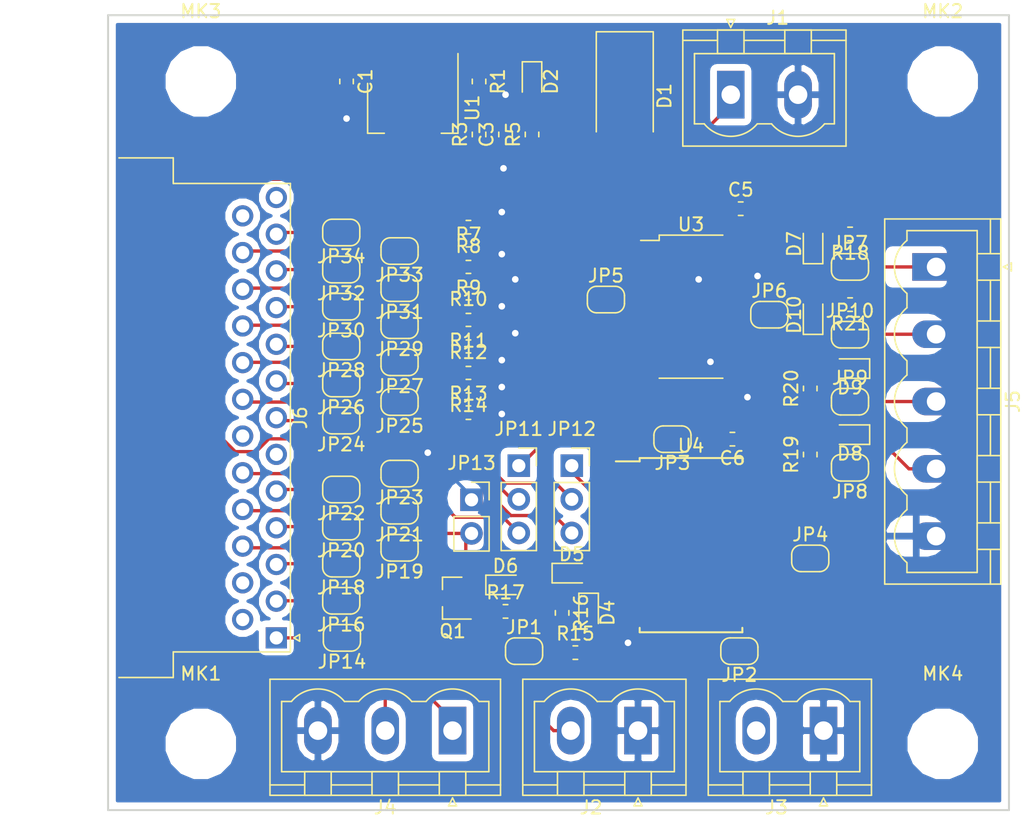
<source format=kicad_pcb>
(kicad_pcb (version 20171130) (host pcbnew 5.0.0-fee4fd1~65~ubuntu17.10.1)
  (layers (0 F.Cu signal) (31 B.Cu signal) (34 B.Paste user) (35 F.Paste user) (36 B.SilkS user) (37 F.SilkS user) (38 B.Mask user) (39 F.Mask user) (44 Edge.Cuts user))
  (net 0 "")
  (net 1 "Net-(R1-Pad1)")
  (net 2 GND)
  (net 3 /DIGITAL_REFL+)
  (net 4 /DIGITAL_REFL)
  (net 5 "Net-(D10-Pad2)")
  (net 6 "Net-(D9-Pad2)")
  (net 7 /DIGITAL_FWD)
  (net 8 /VSWR)
  (net 9 "Net-(D8-Pad2)")
  (net 10 "Net-(D7-Pad2)")
  (net 11 /DUTY_CYCLE)
  (net 12 "Net-(Q1-Pad1)")
  (net 13 "Net-(D5-Pad1)")
  (net 14 "Net-(JP1-Pad2)")
  (net 15 "Net-(D4-Pad2)")
  (net 16 /DIGITAL_REFL-)
  (net 17 +5V)
  (net 18 /DIGITAL_FWD-)
  (net 19 /VSWR-)
  (net 20 /VSWR+)
  (net 21 /DUTY_CYCLE-)
  (net 22 /DUTY_CYCLE+)
  (net 23 "Net-(D2-Pad2)")
  (net 24 /DIGITAL_FWD+)
  (net 25 /RETURN)
  (net 26 /ENABLE)
  (net 27 "Net-(C1-Pad1)")
  (net 28 "Net-(JP7-Pad1)")
  (net 29 "Net-(JP5-Pad2)")
  (net 30 "Net-(JP8-Pad1)")
  (net 31 "Net-(JP9-Pad1)")
  (net 32 "Net-(JP6-Pad1)")
  (net 33 "Net-(JP10-Pad1)")
  (net 34 "Net-(JP2-Pad2)")
  (net 35 "Net-(JP11-Pad1)")
  (net 36 "Net-(U4-Pad3)")
  (net 37 "Net-(JP12-Pad1)")
  (net 38 "Net-(JP3-Pad2)")
  (net 39 "Net-(U4-Pad6)")
  (net 40 "Net-(U4-Pad8)")
  (net 41 "Net-(U4-Pad9)")
  (net 42 "Net-(U4-Pad11)")
  (net 43 "Net-(U4-Pad12)")
  (net 44 "Net-(U4-Pad13)")
  (net 45 "Net-(U4-Pad14)")
  (net 46 "Net-(JP4-Pad1)")
  (net 47 "Net-(U4-Pad16)")
  (net 48 "Net-(U4-Pad18)")
  (net 49 "Net-(U4-Pad19)")
  (net 50 "Net-(J6-Pad16)")
  (net 51 /LASER_ENABLE)
  (net 52 /LASER_MOD)
  (net 53 "Net-(J6-Pad3)")
  (net 54 "Net-(J6-Pad15)")
  (net 55 "Net-(J6-Pad2)")
  (net 56 /ANALOG_REFL)
  (net 57 "Net-(J6-Pad14)")
  (net 58 "Net-(J6-Pad1)")
  (net 59 /ANALOG_FWD)
  (net 60 "Net-(J6-Pad23)")
  (net 61 "Net-(J6-Pad17)")
  (net 62 /OVER_TEMP-)
  (net 63 "Net-(J6-Pad4)")
  (net 64 /OVER_TEMP+)
  (net 65 "Net-(J6-Pad12)")
  (net 66 /TEST_ENABLE)
  (net 67 "Net-(J6-Pad24)")
  (net 68 "Net-(J6-Pad11)")
  (net 69 "Net-(J6-Pad10)")
  (net 70 "Net-(J6-Pad22)")
  (net 71 "Net-(J6-Pad9)")
  (net 72 "Net-(J6-Pad21)")
  (net 73 "Net-(J6-Pad8)")
  (net 74 "Net-(J6-Pad20)")
  (net 75 /MOD-)
  (net 76 "Net-(J6-Pad7)")
  (net 77 /MOD+)
  (net 78 "Net-(J6-Pad18)")
  (net 79 /TEST_MOD-)
  (net 80 "Net-(J6-Pad5)")
  (net 81 /TEST_MOD+)
  (net 82 "Net-(D1-Pad2)")
  (net 83 "Net-(J6-Pad6)")
  (net 84 "Net-(J6-Pad13)")
  (net 85 "Net-(J6-Pad19)")
  (net 86 "Net-(J6-Pad25)")
  (module Jumper:SolderJumper-2_P1.3mm_Open_RoundedPad1.0x1.5mm (layer F.Cu) (at 56 19)
    (fp_text reference JP7 (at 0 -1.8) (layer F.SilkS))
    (fp_text value Jumper_NO_Small)
    (pad 2 smd rect (at 0.4 0) (size 0.5 1.5) (layers F.Cu F.Mask) (net 11 /DUTY_CYCLE))
    (pad 1 smd rect (at -0.4 0) (size 0.5 1.5) (layers F.Cu F.Mask) (net 28 "Net-(JP7-Pad1)"))
    (pad 1 smd roundrect (at -0.65 0) (size 1 1.5) (layers F.Cu F.Mask) (roundrect_rratio 0.5) (net 28 "Net-(JP7-Pad1)"))
    (pad 2 smd roundrect (at 0.65 0) (size 1 1.5) (layers F.Cu F.Mask) (roundrect_rratio 0.5) (net 11 /DUTY_CYCLE))
  )
  (module MountingHole:MountingHole_4.3mm_M4 (layer F.Cu) (at 63 55)
    (fp_text reference MK4 (at 0 -5.3) (layer F.SilkS))
    (fp_text value M4)
    (pad 1 np_thru_hole circle (at 0 0) (size 4.3 4.3) (drill 4.3) (layers *.Cu *.Mask))
  )
  (module MountingHole:MountingHole_4.3mm_M4 (layer F.Cu) (at 7 55)
    (fp_text reference MK1 (at 0 -5.3) (layer F.SilkS))
    (fp_text value M4)
    (pad 1 np_thru_hole circle (at 0 0) (size 4.3 4.3) (drill 4.3) (layers *.Cu *.Mask))
  )
  (module MountingHole:MountingHole_4.3mm_M4 (layer F.Cu) (at 63 5)
    (fp_text reference MK2 (at 0 -5.3) (layer F.SilkS))
    (fp_text value M4)
    (pad 1 np_thru_hole circle (at 0 0) (size 4.3 4.3) (drill 4.3) (layers *.Cu *.Mask))
  )
  (module MountingHole:MountingHole_4.3mm_M4 (layer F.Cu) (at 7 5)
    (fp_text reference MK3 (at 0 -5.3) (layer F.SilkS))
    (fp_text value M4)
    (pad 1 np_thru_hole circle (at 0 0) (size 4.3 4.3) (drill 4.3) (layers *.Cu *.Mask))
  )
  (module Capacitor_SMD:C_0603_1608Metric_Pad1.05x0.95mm_HandSolder (layer F.Cu) (at 30 9 90)
    (fp_text reference C3 (at 0 -1.43 90) (layer F.SilkS))
    (fp_text value C_Small)
    (pad 1 smd roundrect (at -0.875 0 90) (size 1.05 0.95) (layers F.Cu F.Paste F.Mask) (net 17 +5V))
    (pad 2 smd roundrect (at 0.875 0 90) (size 1.05 0.95) (layers F.Cu F.Paste F.Mask) (net 2 GND))
  )
  (module Capacitor_SMD:C_0603_1608Metric_Pad1.05x0.95mm_HandSolder (layer F.Cu) (at 47.752 14.605)
    (fp_text reference C5 (at 0 -1.43) (layer F.SilkS))
    (fp_text value 0.1uF)
    (pad 1 smd roundrect (at -0.875 0) (size 1.05 0.95) (layers F.Cu F.Paste F.Mask) (net 17 +5V))
    (pad 2 smd roundrect (at 0.875 0) (size 1.05 0.95) (layers F.Cu F.Paste F.Mask) (net 2 GND))
  )
  (module Capacitor_SMD:C_0603_1608Metric_Pad1.05x0.95mm_HandSolder (layer F.Cu) (at 47.125 32 180)
    (fp_text reference C6 (at 0 -1.43 180) (layer F.SilkS))
    (fp_text value 0.1uF)
    (pad 2 smd roundrect (at 0.875 0 180) (size 1.05 0.95) (layers F.Cu F.Paste F.Mask) (net 2 GND))
    (pad 1 smd roundrect (at -0.875 0 180) (size 1.05 0.95) (layers F.Cu F.Paste F.Mask) (net 17 +5V))
  )
  (module Capacitor_SMD:C_0603_1608Metric_Pad1.05x0.95mm_HandSolder (layer F.Cu) (at 18 5 270)
    (fp_text reference C1 (at 0 -1.43 270) (layer F.SilkS))
    (fp_text value C_Small)
    (pad 1 smd roundrect (at -0.875 0 270) (size 1.05 0.95) (layers F.Cu F.Paste F.Mask) (net 27 "Net-(C1-Pad1)"))
    (pad 2 smd roundrect (at 0.875 0 270) (size 1.05 0.95) (layers F.Cu F.Paste F.Mask) (net 2 GND))
  )
  (module Connector_Dsub:DSUB-25_Female_Horizontal_P2.77x2.54mm_EdgePinOffset9.40mm (layer F.Cu) (at 12.7 47 270)
    (fp_text reference J6 (at -16.62 -1.8 270) (layer F.SilkS))
    (fp_text value DB25_Female)
    (pad 1 thru_hole rect (at 0 0 270) (size 1.6 1.6) (drill 1) (layers *.Cu *.Mask) (net 58 "Net-(J6-Pad1)"))
    (pad 2 thru_hole circle (at -2.77 0 270) (size 1.6 1.6) (drill 1) (layers *.Cu *.Mask) (net 55 "Net-(J6-Pad2)"))
    (pad 3 thru_hole circle (at -5.54 0 270) (size 1.6 1.6) (drill 1) (layers *.Cu *.Mask) (net 53 "Net-(J6-Pad3)"))
    (pad 4 thru_hole circle (at -8.31 0 270) (size 1.6 1.6) (drill 1) (layers *.Cu *.Mask) (net 63 "Net-(J6-Pad4)"))
    (pad 5 thru_hole circle (at -11.08 0 270) (size 1.6 1.6) (drill 1) (layers *.Cu *.Mask) (net 80 "Net-(J6-Pad5)"))
    (pad 6 thru_hole circle (at -13.85 0 270) (size 1.6 1.6) (drill 1) (layers *.Cu *.Mask) (net 83 "Net-(J6-Pad6)"))
    (pad 7 thru_hole circle (at -16.62 0 270) (size 1.6 1.6) (drill 1) (layers *.Cu *.Mask) (net 76 "Net-(J6-Pad7)"))
    (pad 8 thru_hole circle (at -19.39 0 270) (size 1.6 1.6) (drill 1) (layers *.Cu *.Mask) (net 73 "Net-(J6-Pad8)"))
    (pad 9 thru_hole circle (at -22.16 0 270) (size 1.6 1.6) (drill 1) (layers *.Cu *.Mask) (net 71 "Net-(J6-Pad9)"))
    (pad 10 thru_hole circle (at -24.93 0 270) (size 1.6 1.6) (drill 1) (layers *.Cu *.Mask) (net 69 "Net-(J6-Pad10)"))
    (pad 11 thru_hole circle (at -27.7 0 270) (size 1.6 1.6) (drill 1) (layers *.Cu *.Mask) (net 68 "Net-(J6-Pad11)"))
    (pad 12 thru_hole circle (at -30.47 0 270) (size 1.6 1.6) (drill 1) (layers *.Cu *.Mask) (net 65 "Net-(J6-Pad12)"))
    (pad 13 thru_hole circle (at -33.24 0 270) (size 1.6 1.6) (drill 1) (layers *.Cu *.Mask) (net 84 "Net-(J6-Pad13)"))
    (pad 14 thru_hole circle (at -1.385 2.54 270) (size 1.6 1.6) (drill 1) (layers *.Cu *.Mask) (net 57 "Net-(J6-Pad14)"))
    (pad 15 thru_hole circle (at -4.155 2.54 270) (size 1.6 1.6) (drill 1) (layers *.Cu *.Mask) (net 54 "Net-(J6-Pad15)"))
    (pad 16 thru_hole circle (at -6.925 2.54 270) (size 1.6 1.6) (drill 1) (layers *.Cu *.Mask) (net 50 "Net-(J6-Pad16)"))
    (pad 17 thru_hole circle (at -9.695 2.54 270) (size 1.6 1.6) (drill 1) (layers *.Cu *.Mask) (net 61 "Net-(J6-Pad17)"))
    (pad 18 thru_hole circle (at -12.465 2.54 270) (size 1.6 1.6) (drill 1) (layers *.Cu *.Mask) (net 78 "Net-(J6-Pad18)"))
    (pad 19 thru_hole circle (at -15.235 2.54 270) (size 1.6 1.6) (drill 1) (layers *.Cu *.Mask) (net 85 "Net-(J6-Pad19)"))
    (pad 20 thru_hole circle (at -18.005 2.54 270) (size 1.6 1.6) (drill 1) (layers *.Cu *.Mask) (net 74 "Net-(J6-Pad20)"))
    (pad 21 thru_hole circle (at -20.775 2.54 270) (size 1.6 1.6) (drill 1) (layers *.Cu *.Mask) (net 72 "Net-(J6-Pad21)"))
    (pad 22 thru_hole circle (at -23.545 2.54 270) (size 1.6 1.6) (drill 1) (layers *.Cu *.Mask) (net 70 "Net-(J6-Pad22)"))
    (pad 23 thru_hole circle (at -26.315 2.54 270) (size 1.6 1.6) (drill 1) (layers *.Cu *.Mask) (net 60 "Net-(J6-Pad23)"))
    (pad 24 thru_hole circle (at -29.085 2.54 270) (size 1.6 1.6) (drill 1) (layers *.Cu *.Mask) (net 67 "Net-(J6-Pad24)"))
    (pad 25 thru_hole circle (at -31.855 2.54 270) (size 1.6 1.6) (drill 1) (layers *.Cu *.Mask) (net 86 "Net-(J6-Pad25)"))
  )
  (module Connector_Phoenix_MSTB:PhoenixContact_MSTBVA_2,5_2-G-5,08_1x02_P5.08mm_Vertical (layer F.Cu) (at 40 54 180)
    (fp_text reference J2 (at 3.54 -5.8 180) (layer F.SilkS))
    (fp_text value ENABLE)
    (pad 1 thru_hole rect (at 0 0 180) (size 2.08 3.6) (drill 1.4) (layers *.Cu *.Mask) (net 2 GND))
    (pad 2 thru_hole oval (at 5.08 0 180) (size 2.08 3.6) (drill 1.4) (layers *.Cu *.Mask) (net 51 /LASER_ENABLE))
  )
  (module Connector_Phoenix_MSTB:PhoenixContact_MSTBVA_2,5_2-G-5,08_1x02_P5.08mm_Vertical (layer F.Cu) (at 54 54 180)
    (fp_text reference J3 (at 3.54 -5.8 180) (layer F.SilkS))
    (fp_text value MODULATE)
    (pad 2 thru_hole oval (at 5.08 0 180) (size 2.08 3.6) (drill 1.4) (layers *.Cu *.Mask) (net 52 /LASER_MOD))
    (pad 1 thru_hole rect (at 0 0 180) (size 2.08 3.6) (drill 1.4) (layers *.Cu *.Mask) (net 2 GND))
  )
  (module Connector_Phoenix_MSTB:PhoenixContact_MSTBVA_2,5_2-G-5,08_1x02_P5.08mm_Vertical (layer F.Cu) (at 47 6)
    (fp_text reference J1 (at 3.54 -5.8) (layer F.SilkS))
    (fp_text value 12V)
    (pad 1 thru_hole rect (at 0 0) (size 2.08 3.6) (drill 1.4) (layers *.Cu *.Mask) (net 82 "Net-(D1-Pad2)"))
    (pad 2 thru_hole oval (at 5.08 0) (size 2.08 3.6) (drill 1.4) (layers *.Cu *.Mask) (net 2 GND))
  )
  (module Connector_Phoenix_MSTB:PhoenixContact_MSTBVA_2,5_3-G-5,08_1x03_P5.08mm_Vertical (layer F.Cu) (at 26 54 180)
    (fp_text reference J4 (at 5.08 -5.8 180) (layer F.SilkS))
    (fp_text value ANALOG)
    (pad 1 thru_hole rect (at 0 0 180) (size 2.08 3.6) (drill 1.4) (layers *.Cu *.Mask) (net 56 /ANALOG_REFL))
    (pad 2 thru_hole oval (at 5.08 0 180) (size 2.08 3.6) (drill 1.4) (layers *.Cu *.Mask) (net 59 /ANALOG_FWD))
    (pad 3 thru_hole oval (at 10.16 0 180) (size 2.08 3.6) (drill 1.4) (layers *.Cu *.Mask) (net 2 GND))
  )
  (module Connector_Phoenix_MSTB:PhoenixContact_MSTBVA_2,5_5-G-5,08_1x05_P5.08mm_Vertical (layer F.Cu) (at 62.5 19 270)
    (fp_text reference J5 (at 10.16 -5.8 270) (layer F.SilkS))
    (fp_text value Conn_01x05)
    (pad 1 thru_hole rect (at 0 0 270) (size 2.08 3.6) (drill 1.4) (layers *.Cu *.Mask) (net 11 /DUTY_CYCLE))
    (pad 2 thru_hole oval (at 5.08 0 270) (size 2.08 3.6) (drill 1.4) (layers *.Cu *.Mask) (net 8 /VSWR))
    (pad 3 thru_hole oval (at 10.16 0 270) (size 2.08 3.6) (drill 1.4) (layers *.Cu *.Mask) (net 4 /DIGITAL_REFL))
    (pad 4 thru_hole oval (at 15.24 0 270) (size 2.08 3.6) (drill 1.4) (layers *.Cu *.Mask) (net 7 /DIGITAL_FWD))
    (pad 5 thru_hole oval (at 20.32 0 270) (size 2.08 3.6) (drill 1.4) (layers *.Cu *.Mask) (net 2 GND))
  )
  (module Connector_PinSocket_2.54mm:PinSocket_1x02_P2.54mm_Vertical (layer F.Cu) (at 27.432 36.576)
    (fp_text reference JP13 (at 0 -2.77) (layer F.SilkS))
    (fp_text value Jumper_NO_Small)
    (pad 1 thru_hole rect (at 0 0) (size 1.7 1.7) (drill 1) (layers *.Cu *.Mask) (net 66 /TEST_ENABLE))
    (pad 2 thru_hole oval (at 0 2.54) (size 1.7 1.7) (drill 1) (layers *.Cu *.Mask) (net 25 /RETURN))
  )
  (module Connector_PinSocket_2.54mm:PinSocket_1x03_P2.54mm_Vertical (layer F.Cu) (at 35 34)
    (fp_text reference JP12 (at 0 -2.77) (layer F.SilkS))
    (fp_text value Jumper_3_Open)
    (pad 3 thru_hole oval (at 0 5.08) (size 1.7 1.7) (drill 1) (layers *.Cu *.Mask) (net 79 /TEST_MOD-))
    (pad 2 thru_hole oval (at 0 2.54) (size 1.7 1.7) (drill 1) (layers *.Cu *.Mask) (net 75 /MOD-))
    (pad 1 thru_hole rect (at 0 0) (size 1.7 1.7) (drill 1) (layers *.Cu *.Mask) (net 37 "Net-(JP12-Pad1)"))
  )
  (module Connector_PinSocket_2.54mm:PinSocket_1x03_P2.54mm_Vertical (layer F.Cu) (at 31 34)
    (fp_text reference JP11 (at 0 -2.77) (layer F.SilkS))
    (fp_text value Jumper_3_Open)
    (pad 1 thru_hole rect (at 0 0) (size 1.7 1.7) (drill 1) (layers *.Cu *.Mask) (net 35 "Net-(JP11-Pad1)"))
    (pad 2 thru_hole oval (at 0 2.54) (size 1.7 1.7) (drill 1) (layers *.Cu *.Mask) (net 77 /MOD+))
    (pad 3 thru_hole oval (at 0 5.08) (size 1.7 1.7) (drill 1) (layers *.Cu *.Mask) (net 81 /TEST_MOD+))
  )
  (module Diode_SMD:D_0603_1608Metric_Pad0.88x0.95mm_HandSolder (layer F.Cu) (at 35 42.113704)
    (fp_text reference D5 (at 0 -1.43) (layer F.SilkS))
    (fp_text value "5.1V Zener")
    (pad 1 smd roundrect (at -0.7875 0) (size 0.875 0.95) (layers F.Cu F.Paste F.Mask) (net 13 "Net-(D5-Pad1)"))
    (pad 2 smd roundrect (at 0.7875 0) (size 0.875 0.95) (layers F.Cu F.Paste F.Mask) (net 2 GND))
  )
  (module Diode_SMD:D_0603_1608Metric_Pad0.88x0.95mm_HandSolder (layer F.Cu) (at 32 5 270)
    (fp_text reference D2 (at 0 -1.43 270) (layer F.SilkS))
    (fp_text value GREEN)
    (pad 1 smd roundrect (at -0.7875 0 270) (size 0.875 0.95) (layers F.Cu F.Paste F.Mask) (net 2 GND))
    (pad 2 smd roundrect (at 0.7875 0 270) (size 0.875 0.95) (layers F.Cu F.Paste F.Mask) (net 23 "Net-(D2-Pad2)"))
  )
  (module Diode_SMD:D_0603_1608Metric_Pad0.88x0.95mm_HandSolder (layer F.Cu) (at 36.27102 45.113704 270)
    (fp_text reference D4 (at 0 -1.43 270) (layer F.SilkS))
    (fp_text value GREEN)
    (pad 2 smd roundrect (at 0.7875 0 270) (size 0.875 0.95) (layers F.Cu F.Paste F.Mask) (net 15 "Net-(D4-Pad2)"))
    (pad 1 smd roundrect (at -0.7875 0 270) (size 0.875 0.95) (layers F.Cu F.Paste F.Mask) (net 2 GND))
  )
  (module Diode_SMD:D_0603_1608Metric_Pad0.88x0.95mm_HandSolder (layer F.Cu) (at 53.213 17.272 90)
    (fp_text reference D7 (at 0 -1.43 90) (layer F.SilkS))
    (fp_text value RED)
    (pad 1 smd roundrect (at -0.7875 0 90) (size 0.875 0.95) (layers F.Cu F.Paste F.Mask) (net 2 GND))
    (pad 2 smd roundrect (at 0.7875 0 90) (size 0.875 0.95) (layers F.Cu F.Paste F.Mask) (net 10 "Net-(D7-Pad2)"))
  )
  (module Diode_SMD:D_0603_1608Metric_Pad0.88x0.95mm_HandSolder (layer F.Cu) (at 56 31.66 180)
    (fp_text reference D8 (at 0 -1.43 180) (layer F.SilkS))
    (fp_text value RED)
    (pad 2 smd roundrect (at 0.7875 0 180) (size 0.875 0.95) (layers F.Cu F.Paste F.Mask) (net 9 "Net-(D8-Pad2)"))
    (pad 1 smd roundrect (at -0.7875 0 180) (size 0.875 0.95) (layers F.Cu F.Paste F.Mask) (net 2 GND))
  )
  (module Diode_SMD:D_0603_1608Metric_Pad0.88x0.95mm_HandSolder (layer F.Cu) (at 56 26.674 180)
    (fp_text reference D9 (at 0 -1.43 180) (layer F.SilkS))
    (fp_text value RED)
    (pad 1 smd roundrect (at -0.7875 0 180) (size 0.875 0.95) (layers F.Cu F.Paste F.Mask) (net 2 GND))
    (pad 2 smd roundrect (at 0.7875 0 180) (size 0.875 0.95) (layers F.Cu F.Paste F.Mask) (net 6 "Net-(D9-Pad2)"))
  )
  (module Diode_SMD:D_0603_1608Metric_Pad0.88x0.95mm_HandSolder (layer F.Cu) (at 53.213 22.606 90)
    (fp_text reference D10 (at 0 -1.43 90) (layer F.SilkS))
    (fp_text value RED)
    (pad 2 smd roundrect (at 0.7875 0 90) (size 0.875 0.95) (layers F.Cu F.Paste F.Mask) (net 5 "Net-(D10-Pad2)"))
    (pad 1 smd roundrect (at -0.7875 0 90) (size 0.875 0.95) (layers F.Cu F.Paste F.Mask) (net 2 GND))
  )
  (module Diode_SMD:D_0603_1608Metric_Pad0.88x0.95mm_HandSolder (layer F.Cu) (at 30 43)
    (fp_text reference D6 (at 0 -1.43) (layer F.SilkS))
    (fp_text value D_Small)
    (pad 1 smd roundrect (at -0.7875 0) (size 0.875 0.95) (layers F.Cu F.Paste F.Mask) (net 13 "Net-(D5-Pad1)"))
    (pad 2 smd roundrect (at 0.7875 0) (size 0.875 0.95) (layers F.Cu F.Paste F.Mask) (net 2 GND))
  )
  (module Diode_SMD:D_SMA-SMB_Universal_Handsoldering (layer F.Cu) (at 39 6.1 270)
    (fp_text reference D1 (at 0 -3 270) (layer F.SilkS))
    (fp_text value D_Schottky_Small)
    (pad 1 smd trapezoid (at -2.9 0 270) (size 3.6 1.7) (rect_delta 0.6 0) (layers F.Cu F.Paste F.Mask) (net 27 "Net-(C1-Pad1)"))
    (pad 2 smd trapezoid (at 2.9 0 90) (size 3.6 1.7) (rect_delta 0.6 0) (layers F.Cu F.Paste F.Mask) (net 82 "Net-(D1-Pad2)"))
  )
  (module Jumper:SolderJumper-2_P1.3mm_Open_RoundedPad1.0x1.5mm (layer F.Cu) (at 17.6 35.8 180)
    (fp_text reference JP22 (at 0 -1.8 180) (layer F.SilkS))
    (fp_text value Jumper_NO_Small)
    (pad 2 smd roundrect (at 0.65 0 180) (size 1 1.5) (layers F.Cu F.Mask) (roundrect_rratio 0.5) (net 80 "Net-(J6-Pad5)"))
    (pad 1 smd roundrect (at -0.65 0 180) (size 1 1.5) (layers F.Cu F.Mask) (roundrect_rratio 0.5) (net 81 /TEST_MOD+))
    (pad 1 smd rect (at -0.4 0 180) (size 0.5 1.5) (layers F.Cu F.Mask) (net 81 /TEST_MOD+))
    (pad 2 smd rect (at 0.4 0 180) (size 0.5 1.5) (layers F.Cu F.Mask) (net 80 "Net-(J6-Pad5)"))
  )
  (module Jumper:SolderJumper-2_P1.3mm_Open_RoundedPad1.0x1.5mm (layer F.Cu) (at 22 34.6 180)
    (fp_text reference JP23 (at 0 -1.8 180) (layer F.SilkS))
    (fp_text value Jumper_NO_Small)
    (pad 2 smd rect (at 0.4 0 180) (size 0.5 1.5) (layers F.Cu F.Mask) (net 78 "Net-(J6-Pad18)"))
    (pad 1 smd rect (at -0.4 0 180) (size 0.5 1.5) (layers F.Cu F.Mask) (net 79 /TEST_MOD-))
    (pad 1 smd roundrect (at -0.65 0 180) (size 1 1.5) (layers F.Cu F.Mask) (roundrect_rratio 0.5) (net 79 /TEST_MOD-))
    (pad 2 smd roundrect (at 0.65 0 180) (size 1 1.5) (layers F.Cu F.Mask) (roundrect_rratio 0.5) (net 78 "Net-(J6-Pad18)"))
  )
  (module Jumper:SolderJumper-2_P1.3mm_Open_RoundedPad1.0x1.5mm (layer F.Cu) (at 17.6 30.6 180)
    (fp_text reference JP24 (at 0 -1.8 180) (layer F.SilkS))
    (fp_text value Jumper_NO_Small)
    (pad 2 smd roundrect (at 0.65 0 180) (size 1 1.5) (layers F.Cu F.Mask) (roundrect_rratio 0.5) (net 76 "Net-(J6-Pad7)"))
    (pad 1 smd roundrect (at -0.65 0 180) (size 1 1.5) (layers F.Cu F.Mask) (roundrect_rratio 0.5) (net 77 /MOD+))
    (pad 1 smd rect (at -0.4 0 180) (size 0.5 1.5) (layers F.Cu F.Mask) (net 77 /MOD+))
    (pad 2 smd rect (at 0.4 0 180) (size 0.5 1.5) (layers F.Cu F.Mask) (net 76 "Net-(J6-Pad7)"))
  )
  (module Jumper:SolderJumper-2_P1.3mm_Open_RoundedPad1.0x1.5mm (layer F.Cu) (at 22 29.2 180)
    (fp_text reference JP25 (at 0 -1.8 180) (layer F.SilkS))
    (fp_text value Jumper_NO_Small)
    (pad 2 smd rect (at 0.4 0 180) (size 0.5 1.5) (layers F.Cu F.Mask) (net 74 "Net-(J6-Pad20)"))
    (pad 1 smd rect (at -0.4 0 180) (size 0.5 1.5) (layers F.Cu F.Mask) (net 75 /MOD-))
    (pad 1 smd roundrect (at -0.65 0 180) (size 1 1.5) (layers F.Cu F.Mask) (roundrect_rratio 0.5) (net 75 /MOD-))
    (pad 2 smd roundrect (at 0.65 0 180) (size 1 1.5) (layers F.Cu F.Mask) (roundrect_rratio 0.5) (net 74 "Net-(J6-Pad20)"))
  )
  (module Jumper:SolderJumper-2_P1.3mm_Open_RoundedPad1.0x1.5mm (layer F.Cu) (at 17.6 27.8 180)
    (fp_text reference JP26 (at 0 -1.8 180) (layer F.SilkS))
    (fp_text value Jumper_NO_Small)
    (pad 2 smd roundrect (at 0.65 0 180) (size 1 1.5) (layers F.Cu F.Mask) (roundrect_rratio 0.5) (net 73 "Net-(J6-Pad8)"))
    (pad 1 smd roundrect (at -0.65 0 180) (size 1 1.5) (layers F.Cu F.Mask) (roundrect_rratio 0.5) (net 3 /DIGITAL_REFL+))
    (pad 1 smd rect (at -0.4 0 180) (size 0.5 1.5) (layers F.Cu F.Mask) (net 3 /DIGITAL_REFL+))
    (pad 2 smd rect (at 0.4 0 180) (size 0.5 1.5) (layers F.Cu F.Mask) (net 73 "Net-(J6-Pad8)"))
  )
  (module Jumper:SolderJumper-2_P1.3mm_Open_RoundedPad1.0x1.5mm (layer F.Cu) (at 22 26.2 180)
    (fp_text reference JP27 (at 0 -1.8 180) (layer F.SilkS))
    (fp_text value Jumper_NO_Small)
    (pad 2 smd rect (at 0.4 0 180) (size 0.5 1.5) (layers F.Cu F.Mask) (net 72 "Net-(J6-Pad21)"))
    (pad 1 smd rect (at -0.4 0 180) (size 0.5 1.5) (layers F.Cu F.Mask) (net 16 /DIGITAL_REFL-))
    (pad 1 smd roundrect (at -0.65 0 180) (size 1 1.5) (layers F.Cu F.Mask) (roundrect_rratio 0.5) (net 16 /DIGITAL_REFL-))
    (pad 2 smd roundrect (at 0.65 0 180) (size 1 1.5) (layers F.Cu F.Mask) (roundrect_rratio 0.5) (net 72 "Net-(J6-Pad21)"))
  )
  (module Jumper:SolderJumper-2_P1.3mm_Open_RoundedPad1.0x1.5mm (layer F.Cu) (at 17.6 25 180)
    (fp_text reference JP28 (at 0 -1.8 180) (layer F.SilkS))
    (fp_text value Jumper_NO_Small)
    (pad 2 smd roundrect (at 0.65 0 180) (size 1 1.5) (layers F.Cu F.Mask) (roundrect_rratio 0.5) (net 71 "Net-(J6-Pad9)"))
    (pad 1 smd roundrect (at -0.65 0 180) (size 1 1.5) (layers F.Cu F.Mask) (roundrect_rratio 0.5) (net 24 /DIGITAL_FWD+))
    (pad 1 smd rect (at -0.4 0 180) (size 0.5 1.5) (layers F.Cu F.Mask) (net 24 /DIGITAL_FWD+))
    (pad 2 smd rect (at 0.4 0 180) (size 0.5 1.5) (layers F.Cu F.Mask) (net 71 "Net-(J6-Pad9)"))
  )
  (module Jumper:SolderJumper-2_P1.3mm_Open_RoundedPad1.0x1.5mm (layer F.Cu) (at 22 23.4 180)
    (fp_text reference JP29 (at 0 -1.8 180) (layer F.SilkS))
    (fp_text value Jumper_NO_Small)
    (pad 2 smd rect (at 0.4 0 180) (size 0.5 1.5) (layers F.Cu F.Mask) (net 70 "Net-(J6-Pad22)"))
    (pad 1 smd rect (at -0.4 0 180) (size 0.5 1.5) (layers F.Cu F.Mask) (net 18 /DIGITAL_FWD-))
    (pad 1 smd roundrect (at -0.65 0 180) (size 1 1.5) (layers F.Cu F.Mask) (roundrect_rratio 0.5) (net 18 /DIGITAL_FWD-))
    (pad 2 smd roundrect (at 0.65 0 180) (size 1 1.5) (layers F.Cu F.Mask) (roundrect_rratio 0.5) (net 70 "Net-(J6-Pad22)"))
  )
  (module Jumper:SolderJumper-2_P1.3mm_Open_RoundedPad1.0x1.5mm (layer F.Cu) (at 17.6 22 180)
    (fp_text reference JP30 (at 0 -1.8 180) (layer F.SilkS))
    (fp_text value Jumper_NO_Small)
    (pad 2 smd roundrect (at 0.65 0 180) (size 1 1.5) (layers F.Cu F.Mask) (roundrect_rratio 0.5) (net 69 "Net-(J6-Pad10)"))
    (pad 1 smd roundrect (at -0.65 0 180) (size 1 1.5) (layers F.Cu F.Mask) (roundrect_rratio 0.5) (net 22 /DUTY_CYCLE+))
    (pad 1 smd rect (at -0.4 0 180) (size 0.5 1.5) (layers F.Cu F.Mask) (net 22 /DUTY_CYCLE+))
    (pad 2 smd rect (at 0.4 0 180) (size 0.5 1.5) (layers F.Cu F.Mask) (net 69 "Net-(J6-Pad10)"))
  )
  (module Jumper:SolderJumper-2_P1.3mm_Open_RoundedPad1.0x1.5mm (layer F.Cu) (at 17.6 19.2 180)
    (fp_text reference JP32 (at 0 -1.8 180) (layer F.SilkS))
    (fp_text value Jumper_NO_Small)
    (pad 2 smd rect (at 0.4 0 180) (size 0.5 1.5) (layers F.Cu F.Mask) (net 68 "Net-(J6-Pad11)"))
    (pad 1 smd rect (at -0.4 0 180) (size 0.5 1.5) (layers F.Cu F.Mask) (net 20 /VSWR+))
    (pad 1 smd roundrect (at -0.65 0 180) (size 1 1.5) (layers F.Cu F.Mask) (roundrect_rratio 0.5) (net 20 /VSWR+))
    (pad 2 smd roundrect (at 0.65 0 180) (size 1 1.5) (layers F.Cu F.Mask) (roundrect_rratio 0.5) (net 68 "Net-(J6-Pad11)"))
  )
  (module Jumper:SolderJumper-2_P1.3mm_Open_RoundedPad1.0x1.5mm (layer F.Cu) (at 22 17.8 180)
    (fp_text reference JP33 (at 0 -1.8 180) (layer F.SilkS))
    (fp_text value Jumper_NO_Small)
    (pad 2 smd roundrect (at 0.65 0 180) (size 1 1.5) (layers F.Cu F.Mask) (roundrect_rratio 0.5) (net 67 "Net-(J6-Pad24)"))
    (pad 1 smd roundrect (at -0.65 0 180) (size 1 1.5) (layers F.Cu F.Mask) (roundrect_rratio 0.5) (net 19 /VSWR-))
    (pad 1 smd rect (at -0.4 0 180) (size 0.5 1.5) (layers F.Cu F.Mask) (net 19 /VSWR-))
    (pad 2 smd rect (at 0.4 0 180) (size 0.5 1.5) (layers F.Cu F.Mask) (net 67 "Net-(J6-Pad24)"))
  )
  (module Jumper:SolderJumper-2_P1.3mm_Open_RoundedPad1.0x1.5mm (layer F.Cu) (at 17.6 16.4 180)
    (fp_text reference JP34 (at 0 -1.8 180) (layer F.SilkS))
    (fp_text value Jumper_NO_Small)
    (pad 2 smd rect (at 0.4 0 180) (size 0.5 1.5) (layers F.Cu F.Mask) (net 65 "Net-(J6-Pad12)"))
    (pad 1 smd rect (at -0.4 0 180) (size 0.5 1.5) (layers F.Cu F.Mask) (net 66 /TEST_ENABLE))
    (pad 1 smd roundrect (at -0.65 0 180) (size 1 1.5) (layers F.Cu F.Mask) (roundrect_rratio 0.5) (net 66 /TEST_ENABLE))
    (pad 2 smd roundrect (at 0.65 0 180) (size 1 1.5) (layers F.Cu F.Mask) (roundrect_rratio 0.5) (net 65 "Net-(J6-Pad12)"))
  )
  (module Jumper:SolderJumper-2_P1.3mm_Open_RoundedPad1.0x1.5mm (layer F.Cu) (at 17.6 38.6 180)
    (fp_text reference JP20 (at 0 -1.8 180) (layer F.SilkS))
    (fp_text value Jumper_NO_Small)
    (pad 2 smd roundrect (at 0.65 0 180) (size 1 1.5) (layers F.Cu F.Mask) (roundrect_rratio 0.5) (net 63 "Net-(J6-Pad4)"))
    (pad 1 smd roundrect (at -0.65 0 180) (size 1 1.5) (layers F.Cu F.Mask) (roundrect_rratio 0.5) (net 64 /OVER_TEMP+))
    (pad 1 smd rect (at -0.4 0 180) (size 0.5 1.5) (layers F.Cu F.Mask) (net 64 /OVER_TEMP+))
    (pad 2 smd rect (at 0.4 0 180) (size 0.5 1.5) (layers F.Cu F.Mask) (net 63 "Net-(J6-Pad4)"))
  )
  (module Jumper:SolderJumper-2_P1.3mm_Open_RoundedPad1.0x1.5mm (layer F.Cu) (at 22 37.4 180)
    (fp_text reference JP21 (at 0 -1.8 180) (layer F.SilkS))
    (fp_text value Jumper_NO_Small)
    (pad 2 smd rect (at 0.4 0 180) (size 0.5 1.5) (layers F.Cu F.Mask) (net 61 "Net-(J6-Pad17)"))
    (pad 1 smd rect (at -0.4 0 180) (size 0.5 1.5) (layers F.Cu F.Mask) (net 62 /OVER_TEMP-))
    (pad 1 smd roundrect (at -0.65 0 180) (size 1 1.5) (layers F.Cu F.Mask) (roundrect_rratio 0.5) (net 62 /OVER_TEMP-))
    (pad 2 smd roundrect (at 0.65 0 180) (size 1 1.5) (layers F.Cu F.Mask) (roundrect_rratio 0.5) (net 61 "Net-(J6-Pad17)"))
  )
  (module Jumper:SolderJumper-2_P1.3mm_Open_RoundedPad1.0x1.5mm (layer F.Cu) (at 22 20.6 180)
    (fp_text reference JP31 (at 0 -1.8 180) (layer F.SilkS))
    (fp_text value Jumper_NO_Small)
    (pad 2 smd roundrect (at 0.65 0 180) (size 1 1.5) (layers F.Cu F.Mask) (roundrect_rratio 0.5) (net 60 "Net-(J6-Pad23)"))
    (pad 1 smd roundrect (at -0.65 0 180) (size 1 1.5) (layers F.Cu F.Mask) (roundrect_rratio 0.5) (net 21 /DUTY_CYCLE-))
    (pad 1 smd rect (at -0.4 0 180) (size 0.5 1.5) (layers F.Cu F.Mask) (net 21 /DUTY_CYCLE-))
    (pad 2 smd rect (at 0.4 0 180) (size 0.5 1.5) (layers F.Cu F.Mask) (net 60 "Net-(J6-Pad23)"))
  )
  (module Jumper:SolderJumper-2_P1.3mm_Open_RoundedPad1.0x1.5mm (layer F.Cu) (at 17.65 47 180)
    (fp_text reference JP14 (at 0 -1.8 180) (layer F.SilkS))
    (fp_text value Jumper_NO_Small)
    (pad 2 smd rect (at 0.4 0 180) (size 0.5 1.5) (layers F.Cu F.Mask) (net 58 "Net-(J6-Pad1)"))
    (pad 1 smd rect (at -0.4 0 180) (size 0.5 1.5) (layers F.Cu F.Mask) (net 59 /ANALOG_FWD))
    (pad 1 smd roundrect (at -0.65 0 180) (size 1 1.5) (layers F.Cu F.Mask) (roundrect_rratio 0.5) (net 59 /ANALOG_FWD))
    (pad 2 smd roundrect (at 0.65 0 180) (size 1 1.5) (layers F.Cu F.Mask) (roundrect_rratio 0.5) (net 58 "Net-(J6-Pad1)"))
  )
  (module Jumper:SolderJumper-2_P1.3mm_Open_RoundedPad1.0x1.5mm (layer F.Cu) (at 17.6 44.2 180)
    (fp_text reference JP16 (at 0 -1.8 180) (layer F.SilkS))
    (fp_text value Jumper_NO_Small)
    (pad 2 smd rect (at 0.4 0 180) (size 0.5 1.5) (layers F.Cu F.Mask) (net 55 "Net-(J6-Pad2)"))
    (pad 1 smd rect (at -0.4 0 180) (size 0.5 1.5) (layers F.Cu F.Mask) (net 56 /ANALOG_REFL))
    (pad 1 smd roundrect (at -0.65 0 180) (size 1 1.5) (layers F.Cu F.Mask) (roundrect_rratio 0.5) (net 56 /ANALOG_REFL))
    (pad 2 smd roundrect (at 0.65 0 180) (size 1 1.5) (layers F.Cu F.Mask) (roundrect_rratio 0.5) (net 55 "Net-(J6-Pad2)"))
  )
  (module Jumper:SolderJumper-2_P1.3mm_Open_RoundedPad1.0x1.5mm (layer F.Cu) (at 17.6 41.4 180)
    (fp_text reference JP18 (at 0 -1.8 180) (layer F.SilkS))
    (fp_text value Jumper_NO_Small)
    (pad 2 smd rect (at 0.4 0 180) (size 0.5 1.5) (layers F.Cu F.Mask) (net 53 "Net-(J6-Pad3)"))
    (pad 1 smd rect (at -0.4 0 180) (size 0.5 1.5) (layers F.Cu F.Mask) (net 26 /ENABLE))
    (pad 1 smd roundrect (at -0.65 0 180) (size 1 1.5) (layers F.Cu F.Mask) (roundrect_rratio 0.5) (net 26 /ENABLE))
    (pad 2 smd roundrect (at 0.65 0 180) (size 1 1.5) (layers F.Cu F.Mask) (roundrect_rratio 0.5) (net 53 "Net-(J6-Pad3)"))
  )
  (module Jumper:SolderJumper-2_P1.3mm_Open_RoundedPad1.0x1.5mm (layer F.Cu) (at 56 24.114676)
    (fp_text reference JP10 (at 0 -1.8) (layer F.SilkS))
    (fp_text value Jumper_NO_Small)
    (pad 2 smd roundrect (at 0.65 0) (size 1 1.5) (layers F.Cu F.Mask) (roundrect_rratio 0.5) (net 8 /VSWR))
    (pad 1 smd roundrect (at -0.65 0) (size 1 1.5) (layers F.Cu F.Mask) (roundrect_rratio 0.5) (net 33 "Net-(JP10-Pad1)"))
    (pad 1 smd rect (at -0.4 0) (size 0.5 1.5) (layers F.Cu F.Mask) (net 33 "Net-(JP10-Pad1)"))
    (pad 2 smd rect (at 0.4 0) (size 0.5 1.5) (layers F.Cu F.Mask) (net 8 /VSWR))
  )
  (module Jumper:SolderJumper-2_P1.3mm_Open_RoundedPad1.0x1.5mm (layer F.Cu) (at 56 29.174)
    (fp_text reference JP9 (at 0 -1.8) (layer F.SilkS))
    (fp_text value Jumper_NO_Small)
    (pad 2 smd rect (at 0.4 0) (size 0.5 1.5) (layers F.Cu F.Mask) (net 4 /DIGITAL_REFL))
    (pad 1 smd rect (at -0.4 0) (size 0.5 1.5) (layers F.Cu F.Mask) (net 31 "Net-(JP9-Pad1)"))
    (pad 1 smd roundrect (at -0.65 0) (size 1 1.5) (layers F.Cu F.Mask) (roundrect_rratio 0.5) (net 31 "Net-(JP9-Pad1)"))
    (pad 2 smd roundrect (at 0.65 0) (size 1 1.5) (layers F.Cu F.Mask) (roundrect_rratio 0.5) (net 4 /DIGITAL_REFL))
  )
  (module Jumper:SolderJumper-2_P1.3mm_Open_RoundedPad1.0x1.5mm (layer F.Cu) (at 56 34.16 180)
    (fp_text reference JP8 (at 0 -1.8 180) (layer F.SilkS))
    (fp_text value Jumper_NO_Small)
    (pad 2 smd roundrect (at 0.65 0 180) (size 1 1.5) (layers F.Cu F.Mask) (roundrect_rratio 0.5) (net 7 /DIGITAL_FWD))
    (pad 1 smd roundrect (at -0.65 0 180) (size 1 1.5) (layers F.Cu F.Mask) (roundrect_rratio 0.5) (net 30 "Net-(JP8-Pad1)"))
    (pad 1 smd rect (at -0.4 0 180) (size 0.5 1.5) (layers F.Cu F.Mask) (net 30 "Net-(JP8-Pad1)"))
    (pad 2 smd rect (at 0.4 0 180) (size 0.5 1.5) (layers F.Cu F.Mask) (net 7 /DIGITAL_FWD))
  )
  (module Jumper:SolderJumper-2_P1.3mm_Open_RoundedPad1.0x1.5mm (layer F.Cu) (at 49.911 22.606)
    (fp_text reference JP6 (at 0 -1.8) (layer F.SilkS))
    (fp_text value Jumper_NO_Small)
    (pad 2 smd roundrect (at 0.65 0) (size 1 1.5) (layers F.Cu F.Mask) (roundrect_rratio 0.5) (net 2 GND))
    (pad 1 smd roundrect (at -0.65 0) (size 1 1.5) (layers F.Cu F.Mask) (roundrect_rratio 0.5) (net 32 "Net-(JP6-Pad1)"))
    (pad 1 smd rect (at -0.4 0) (size 0.5 1.5) (layers F.Cu F.Mask) (net 32 "Net-(JP6-Pad1)"))
    (pad 2 smd rect (at 0.4 0) (size 0.5 1.5) (layers F.Cu F.Mask) (net 2 GND))
  )
  (module Jumper:SolderJumper-2_P1.3mm_Open_RoundedPad1.0x1.5mm (layer F.Cu) (at 37.577 21.463)
    (fp_text reference JP5 (at 0 -1.8) (layer F.SilkS))
    (fp_text value Jumper_NO_Small)
    (pad 2 smd rect (at 0.4 0) (size 0.5 1.5) (layers F.Cu F.Mask) (net 29 "Net-(JP5-Pad2)"))
    (pad 1 smd rect (at -0.4 0) (size 0.5 1.5) (layers F.Cu F.Mask) (net 17 +5V))
    (pad 1 smd roundrect (at -0.65 0) (size 1 1.5) (layers F.Cu F.Mask) (roundrect_rratio 0.5) (net 17 +5V))
    (pad 2 smd roundrect (at 0.65 0) (size 1 1.5) (layers F.Cu F.Mask) (roundrect_rratio 0.5) (net 29 "Net-(JP5-Pad2)"))
  )
  (module Jumper:SolderJumper-2_P1.3mm_Open_RoundedPad1.0x1.5mm (layer F.Cu) (at 53 41)
    (fp_text reference JP4 (at 0 -1.8) (layer F.SilkS))
    (fp_text value Jumper_NO_Small)
    (pad 2 smd roundrect (at 0.65 0) (size 1 1.5) (layers F.Cu F.Mask) (roundrect_rratio 0.5) (net 2 GND))
    (pad 1 smd roundrect (at -0.65 0) (size 1 1.5) (layers F.Cu F.Mask) (roundrect_rratio 0.5) (net 46 "Net-(JP4-Pad1)"))
    (pad 1 smd rect (at -0.4 0) (size 0.5 1.5) (layers F.Cu F.Mask) (net 46 "Net-(JP4-Pad1)"))
    (pad 2 smd rect (at 0.4 0) (size 0.5 1.5) (layers F.Cu F.Mask) (net 2 GND))
  )
  (module Jumper:SolderJumper-2_P1.3mm_Open_RoundedPad1.0x1.5mm (layer F.Cu) (at 42.6 32 180)
    (fp_text reference JP3 (at 0 -1.8 180) (layer F.SilkS))
    (fp_text value Jumper_NO_Small)
    (pad 2 smd rect (at 0.4 0 180) (size 0.5 1.5) (layers F.Cu F.Mask) (net 38 "Net-(JP3-Pad2)"))
    (pad 1 smd rect (at -0.4 0 180) (size 0.5 1.5) (layers F.Cu F.Mask) (net 17 +5V))
    (pad 1 smd roundrect (at -0.65 0 180) (size 1 1.5) (layers F.Cu F.Mask) (roundrect_rratio 0.5) (net 17 +5V))
    (pad 2 smd roundrect (at 0.65 0 180) (size 1 1.5) (layers F.Cu F.Mask) (roundrect_rratio 0.5) (net 38 "Net-(JP3-Pad2)"))
  )
  (module Jumper:SolderJumper-2_P1.3mm_Open_RoundedPad1.0x1.5mm (layer F.Cu) (at 47.65 48 180)
    (fp_text reference JP2 (at 0 -1.8 180) (layer F.SilkS))
    (fp_text value Jumper_NO_Small)
    (pad 2 smd roundrect (at 0.65 0 180) (size 1 1.5) (layers F.Cu F.Mask) (roundrect_rratio 0.5) (net 34 "Net-(JP2-Pad2)"))
    (pad 1 smd roundrect (at -0.65 0 180) (size 1 1.5) (layers F.Cu F.Mask) (roundrect_rratio 0.5) (net 52 /LASER_MOD))
    (pad 1 smd rect (at -0.4 0 180) (size 0.5 1.5) (layers F.Cu F.Mask) (net 52 /LASER_MOD))
    (pad 2 smd rect (at 0.4 0 180) (size 0.5 1.5) (layers F.Cu F.Mask) (net 34 "Net-(JP2-Pad2)"))
  )
  (module Jumper:SolderJumper-2_P1.3mm_Open_RoundedPad1.0x1.5mm (layer F.Cu) (at 31.4 48)
    (fp_text reference JP1 (at 0 -1.8) (layer F.SilkS))
    (fp_text value Jumper_NO_Small)
    (pad 2 smd rect (at 0.4 0) (size 0.5 1.5) (layers F.Cu F.Mask) (net 14 "Net-(JP1-Pad2)"))
    (pad 1 smd rect (at -0.4 0) (size 0.5 1.5) (layers F.Cu F.Mask) (net 51 /LASER_ENABLE))
    (pad 1 smd roundrect (at -0.65 0) (size 1 1.5) (layers F.Cu F.Mask) (roundrect_rratio 0.5) (net 51 /LASER_ENABLE))
    (pad 2 smd roundrect (at 0.65 0) (size 1 1.5) (layers F.Cu F.Mask) (roundrect_rratio 0.5) (net 14 "Net-(JP1-Pad2)"))
  )
  (module Jumper:SolderJumper-2_P1.3mm_Open_RoundedPad1.0x1.5mm (layer F.Cu) (at 22 40.2 180)
    (fp_text reference JP19 (at 0 -1.8 180) (layer F.SilkS))
    (fp_text value Jumper_NO_Small)
    (pad 2 smd roundrect (at 0.65 0 180) (size 1 1.5) (layers F.Cu F.Mask) (roundrect_rratio 0.5) (net 50 "Net-(J6-Pad16)"))
    (pad 1 smd roundrect (at -0.65 0 180) (size 1 1.5) (layers F.Cu F.Mask) (roundrect_rratio 0.5) (net 25 /RETURN))
    (pad 1 smd rect (at -0.4 0 180) (size 0.5 1.5) (layers F.Cu F.Mask) (net 25 /RETURN))
    (pad 2 smd rect (at 0.4 0 180) (size 0.5 1.5) (layers F.Cu F.Mask) (net 50 "Net-(J6-Pad16)"))
  )
  (module Package_SO:SOIC-20W_7.5x12.8mm_P1.27mm (layer F.Cu) (at 44 40)
    (fp_text reference U4 (at 0 -7.5) (layer F.SilkS))
    (fp_text value sn75172)
    (pad 1 smd rect (at -4.7 -5.715) (size 1.95 0.6) (layers F.Cu F.Paste F.Mask) (net 34 "Net-(JP2-Pad2)"))
    (pad 2 smd rect (at -4.7 -4.445) (size 1.95 0.6) (layers F.Cu F.Paste F.Mask) (net 35 "Net-(JP11-Pad1)"))
    (pad 3 smd rect (at -4.7 -3.175) (size 1.95 0.6) (layers F.Cu F.Paste F.Mask) (net 36 "Net-(U4-Pad3)"))
    (pad 4 smd rect (at -4.7 -1.905) (size 1.95 0.6) (layers F.Cu F.Paste F.Mask) (net 37 "Net-(JP12-Pad1)"))
    (pad 5 smd rect (at -4.7 -0.635) (size 1.95 0.6) (layers F.Cu F.Paste F.Mask) (net 38 "Net-(JP3-Pad2)"))
    (pad 6 smd rect (at -4.7 0.635) (size 1.95 0.6) (layers F.Cu F.Paste F.Mask) (net 39 "Net-(U4-Pad6)"))
    (pad 7 smd rect (at -4.7 1.905) (size 1.95 0.6) (layers F.Cu F.Paste F.Mask))
    (pad 8 smd rect (at -4.7 3.175) (size 1.95 0.6) (layers F.Cu F.Paste F.Mask) (net 40 "Net-(U4-Pad8)"))
    (pad 9 smd rect (at -4.7 4.445) (size 1.95 0.6) (layers F.Cu F.Paste F.Mask) (net 41 "Net-(U4-Pad9)"))
    (pad 10 smd rect (at -4.7 5.715) (size 1.95 0.6) (layers F.Cu F.Paste F.Mask) (net 2 GND))
    (pad 11 smd rect (at 4.7 5.715) (size 1.95 0.6) (layers F.Cu F.Paste F.Mask) (net 42 "Net-(U4-Pad11)"))
    (pad 12 smd rect (at 4.7 4.445) (size 1.95 0.6) (layers F.Cu F.Paste F.Mask) (net 43 "Net-(U4-Pad12)"))
    (pad 13 smd rect (at 4.7 3.175) (size 1.95 0.6) (layers F.Cu F.Paste F.Mask) (net 44 "Net-(U4-Pad13)"))
    (pad 14 smd rect (at 4.7 1.905) (size 1.95 0.6) (layers F.Cu F.Paste F.Mask) (net 45 "Net-(U4-Pad14)"))
    (pad 15 smd rect (at 4.7 0.635) (size 1.95 0.6) (layers F.Cu F.Paste F.Mask) (net 46 "Net-(JP4-Pad1)"))
    (pad 16 smd rect (at 4.7 -0.635) (size 1.95 0.6) (layers F.Cu F.Paste F.Mask) (net 47 "Net-(U4-Pad16)"))
    (pad 17 smd rect (at 4.7 -1.905) (size 1.95 0.6) (layers F.Cu F.Paste F.Mask))
    (pad 18 smd rect (at 4.7 -3.175) (size 1.95 0.6) (layers F.Cu F.Paste F.Mask) (net 48 "Net-(U4-Pad18)"))
    (pad 19 smd rect (at 4.7 -4.445) (size 1.95 0.6) (layers F.Cu F.Paste F.Mask) (net 49 "Net-(U4-Pad19)"))
    (pad 20 smd rect (at 4.7 -5.715) (size 1.95 0.6) (layers F.Cu F.Paste F.Mask) (net 17 +5V))
  )
  (module Package_SO:SOP-16_4.4x10.4mm_P1.27mm (layer F.Cu) (at 44 22)
    (fp_text reference U3 (at 0 -6.2) (layer F.SilkS))
    (fp_text value sn75173)
    (pad 1 smd rect (at -3.15 -4.45) (size 1.3 0.8) (layers F.Cu F.Paste F.Mask) (net 21 /DUTY_CYCLE-))
    (pad 2 smd rect (at -3.15 -3.17) (size 1.3 0.8) (layers F.Cu F.Paste F.Mask) (net 22 /DUTY_CYCLE+))
    (pad 3 smd rect (at -3.15 -1.91) (size 1.3 0.8) (layers F.Cu F.Paste F.Mask) (net 28 "Net-(JP7-Pad1)"))
    (pad 4 smd rect (at -3.15 -0.64) (size 1.3 0.8) (layers F.Cu F.Paste F.Mask) (net 29 "Net-(JP5-Pad2)"))
    (pad 5 smd rect (at -3.15 0.64) (size 1.3 0.8) (layers F.Cu F.Paste F.Mask) (net 30 "Net-(JP8-Pad1)"))
    (pad 6 smd rect (at -3.15 1.91) (size 1.3 0.8) (layers F.Cu F.Paste F.Mask) (net 24 /DIGITAL_FWD+))
    (pad 7 smd rect (at -3.15 3.17) (size 1.3 0.8) (layers F.Cu F.Paste F.Mask) (net 18 /DIGITAL_FWD-))
    (pad 8 smd rect (at -3.15 4.45) (size 1.3 0.8) (layers F.Cu F.Paste F.Mask) (net 2 GND))
    (pad 9 smd rect (at 3.15 4.45) (size 1.3 0.8) (layers F.Cu F.Paste F.Mask) (net 16 /DIGITAL_REFL-))
    (pad 10 smd rect (at 3.15 3.17) (size 1.3 0.8) (layers F.Cu F.Paste F.Mask) (net 3 /DIGITAL_REFL+))
    (pad 11 smd rect (at 3.15 1.91) (size 1.3 0.8) (layers F.Cu F.Paste F.Mask) (net 31 "Net-(JP9-Pad1)"))
    (pad 12 smd rect (at 3.15 0.64) (size 1.3 0.8) (layers F.Cu F.Paste F.Mask) (net 32 "Net-(JP6-Pad1)"))
    (pad 13 smd rect (at 3.15 -0.64) (size 1.3 0.8) (layers F.Cu F.Paste F.Mask) (net 33 "Net-(JP10-Pad1)"))
    (pad 14 smd rect (at 3.15 -1.91) (size 1.3 0.8) (layers F.Cu F.Paste F.Mask) (net 20 /VSWR+))
    (pad 15 smd rect (at 3.15 -3.17) (size 1.3 0.8) (layers F.Cu F.Paste F.Mask) (net 19 /VSWR-))
    (pad 16 smd rect (at 3.15 -4.45) (size 1.3 0.8) (layers F.Cu F.Paste F.Mask) (net 17 +5V))
  )
  (module Package_TO_SOT_SMD:SOT-223-3_TabPin2 (layer F.Cu) (at 23 7 270)
    (fp_text reference U1 (at 0 -4.5 270) (layer F.SilkS))
    (fp_text value LM1117-ADJ)
    (pad 2 smd rect (at 3.15 0 270) (size 2 3.8) (layers F.Cu F.Paste F.Mask) (net 17 +5V))
    (pad 2 smd rect (at -3.15 0 270) (size 2 1.5) (layers F.Cu F.Paste F.Mask) (net 17 +5V))
    (pad 3 smd rect (at -3.15 2.3 270) (size 2 1.5) (layers F.Cu F.Paste F.Mask) (net 27 "Net-(C1-Pad1)"))
    (pad 1 smd rect (at -3.15 -2.3 270) (size 2 1.5) (layers F.Cu F.Paste F.Mask) (net 1 "Net-(R1-Pad1)"))
  )
  (module Package_TO_SOT_SMD:SOT-23 (layer F.Cu) (at 26 44 180)
    (fp_text reference Q1 (at 0 -2.5 180) (layer F.SilkS))
    (fp_text value MMBT3904)
    (pad 1 smd rect (at -1 -0.95 180) (size 0.9 0.8) (layers F.Cu F.Paste F.Mask) (net 12 "Net-(Q1-Pad1)"))
    (pad 2 smd rect (at -1 0.95 180) (size 0.9 0.8) (layers F.Cu F.Paste F.Mask) (net 25 /RETURN))
    (pad 3 smd rect (at 1 0 180) (size 0.9 0.8) (layers F.Cu F.Paste F.Mask) (net 26 /ENABLE))
  )
  (module Resistor_SMD:R_0603_1608Metric_Pad1.05x0.95mm_HandSolder (layer F.Cu) (at 27.2 26)
    (fp_text reference R11 (at 0 -1.43) (layer F.SilkS))
    (fp_text value 2.7K)
    (pad 1 smd roundrect (at -0.875 0) (size 1.05 0.95) (layers F.Cu F.Paste F.Mask) (net 24 /DIGITAL_FWD+))
    (pad 2 smd roundrect (at 0.875 0) (size 1.05 0.95) (layers F.Cu F.Paste F.Mask) (net 2 GND))
  )
  (module Resistor_SMD:R_0603_1608Metric_Pad1.05x0.95mm_HandSolder (layer F.Cu) (at 28 9 90)
    (fp_text reference R3 (at 0 -1.43 90) (layer F.SilkS))
    (fp_text value R_Small)
    (pad 1 smd roundrect (at -0.875 0 90) (size 1.05 0.95) (layers F.Cu F.Paste F.Mask) (net 17 +5V))
    (pad 2 smd roundrect (at 0.875 0 90) (size 1.05 0.95) (layers F.Cu F.Paste F.Mask) (net 1 "Net-(R1-Pad1)"))
  )
  (module Resistor_SMD:R_0603_1608Metric_Pad1.05x0.95mm_HandSolder (layer F.Cu) (at 32 9 90)
    (fp_text reference R5 (at 0 -1.43 90) (layer F.SilkS))
    (fp_text value 10K)
    (pad 1 smd roundrect (at -0.875 0 90) (size 1.05 0.95) (layers F.Cu F.Paste F.Mask) (net 17 +5V))
    (pad 2 smd roundrect (at 0.875 0 90) (size 1.05 0.95) (layers F.Cu F.Paste F.Mask) (net 23 "Net-(D2-Pad2)"))
  )
  (module Resistor_SMD:R_0603_1608Metric_Pad1.05x0.95mm_HandSolder (layer F.Cu) (at 27.2 18)
    (fp_text reference R7 (at 0 -1.43) (layer F.SilkS))
    (fp_text value 2.7K)
    (pad 1 smd roundrect (at -0.875 0) (size 1.05 0.95) (layers F.Cu F.Paste F.Mask) (net 20 /VSWR+))
    (pad 2 smd roundrect (at 0.875 0) (size 1.05 0.95) (layers F.Cu F.Paste F.Mask) (net 2 GND))
  )
  (module Resistor_SMD:R_0603_1608Metric_Pad1.05x0.95mm_HandSolder (layer F.Cu) (at 27.2 16 180)
    (fp_text reference R8 (at 0 -1.43 180) (layer F.SilkS))
    (fp_text value 2.7K)
    (pad 2 smd roundrect (at 0.875 0 180) (size 1.05 0.95) (layers F.Cu F.Paste F.Mask) (net 19 /VSWR-))
    (pad 1 smd roundrect (at -0.875 0 180) (size 1.05 0.95) (layers F.Cu F.Paste F.Mask) (net 17 +5V))
  )
  (module Resistor_SMD:R_0603_1608Metric_Pad1.05x0.95mm_HandSolder (layer F.Cu) (at 27.2 22)
    (fp_text reference R9 (at 0 -1.43) (layer F.SilkS))
    (fp_text value 2.7K)
    (pad 1 smd roundrect (at -0.875 0) (size 1.05 0.95) (layers F.Cu F.Paste F.Mask) (net 22 /DUTY_CYCLE+))
    (pad 2 smd roundrect (at 0.875 0) (size 1.05 0.95) (layers F.Cu F.Paste F.Mask) (net 2 GND))
  )
  (module Resistor_SMD:R_0603_1608Metric_Pad1.05x0.95mm_HandSolder (layer F.Cu) (at 27.2 20 180)
    (fp_text reference R10 (at 0 -1.43 180) (layer F.SilkS))
    (fp_text value 2.7K)
    (pad 2 smd roundrect (at 0.875 0 180) (size 1.05 0.95) (layers F.Cu F.Paste F.Mask) (net 21 /DUTY_CYCLE-))
    (pad 1 smd roundrect (at -0.875 0 180) (size 1.05 0.95) (layers F.Cu F.Paste F.Mask) (net 17 +5V))
  )
  (module Resistor_SMD:R_0603_1608Metric_Pad1.05x0.95mm_HandSolder (layer F.Cu) (at 27.2 24 180)
    (fp_text reference R12 (at 0 -1.43 180) (layer F.SilkS))
    (fp_text value 2.7K)
    (pad 1 smd roundrect (at -0.875 0 180) (size 1.05 0.95) (layers F.Cu F.Paste F.Mask) (net 17 +5V))
    (pad 2 smd roundrect (at 0.875 0 180) (size 1.05 0.95) (layers F.Cu F.Paste F.Mask) (net 18 /DIGITAL_FWD-))
  )
  (module Resistor_SMD:R_0603_1608Metric_Pad1.05x0.95mm_HandSolder (layer F.Cu) (at 27.2 28 180)
    (fp_text reference R14 (at 0 -1.43 180) (layer F.SilkS))
    (fp_text value 2.7K)
    (pad 2 smd roundrect (at 0.875 0 180) (size 1.05 0.95) (layers F.Cu F.Paste F.Mask) (net 16 /DIGITAL_REFL-))
    (pad 1 smd roundrect (at -0.875 0 180) (size 1.05 0.95) (layers F.Cu F.Paste F.Mask) (net 17 +5V))
  )
  (module Resistor_SMD:R_0603_1608Metric_Pad1.05x0.95mm_HandSolder (layer F.Cu) (at 35.27102 48.113704)
    (fp_text reference R15 (at 0 -1.43) (layer F.SilkS))
    (fp_text value 10K)
    (pad 1 smd roundrect (at -0.875 0) (size 1.05 0.95) (layers F.Cu F.Paste F.Mask) (net 14 "Net-(JP1-Pad2)"))
    (pad 2 smd roundrect (at 0.875 0) (size 1.05 0.95) (layers F.Cu F.Paste F.Mask) (net 15 "Net-(D4-Pad2)"))
  )
  (module Resistor_SMD:R_0603_1608Metric_Pad1.05x0.95mm_HandSolder (layer F.Cu) (at 34.27102 45.113704 270)
    (fp_text reference R16 (at 0 -1.43 270) (layer F.SilkS))
    (fp_text value 1K)
    (pad 2 smd roundrect (at 0.875 0 270) (size 1.05 0.95) (layers F.Cu F.Paste F.Mask) (net 14 "Net-(JP1-Pad2)"))
    (pad 1 smd roundrect (at -0.875 0 270) (size 1.05 0.95) (layers F.Cu F.Paste F.Mask) (net 13 "Net-(D5-Pad1)"))
  )
  (module Resistor_SMD:R_0603_1608Metric_Pad1.05x0.95mm_HandSolder (layer F.Cu) (at 30 45)
    (fp_text reference R17 (at 0 -1.43) (layer F.SilkS))
    (fp_text value 1K)
    (pad 1 smd roundrect (at -0.875 0) (size 1.05 0.95) (layers F.Cu F.Paste F.Mask) (net 12 "Net-(Q1-Pad1)"))
    (pad 2 smd roundrect (at 0.875 0) (size 1.05 0.95) (layers F.Cu F.Paste F.Mask) (net 13 "Net-(D5-Pad1)"))
  )
  (module Resistor_SMD:R_0603_1608Metric_Pad1.05x0.95mm_HandSolder (layer F.Cu) (at 56.007 16.51 180)
    (fp_text reference R18 (at 0 -1.43 180) (layer F.SilkS))
    (fp_text value 10K)
    (pad 2 smd roundrect (at 0.875 0 180) (size 1.05 0.95) (layers F.Cu F.Paste F.Mask) (net 10 "Net-(D7-Pad2)"))
    (pad 1 smd roundrect (at -0.875 0 180) (size 1.05 0.95) (layers F.Cu F.Paste F.Mask) (net 11 /DUTY_CYCLE))
  )
  (module Resistor_SMD:R_0603_1608Metric_Pad1.05x0.95mm_HandSolder (layer F.Cu) (at 53 33.16 90)
    (fp_text reference R19 (at 0 -1.43 90) (layer F.SilkS))
    (fp_text value 10K)
    (pad 1 smd roundrect (at -0.875 0 90) (size 1.05 0.95) (layers F.Cu F.Paste F.Mask) (net 7 /DIGITAL_FWD))
    (pad 2 smd roundrect (at 0.875 0 90) (size 1.05 0.95) (layers F.Cu F.Paste F.Mask) (net 9 "Net-(D8-Pad2)"))
  )
  (module Resistor_SMD:R_0603_1608Metric_Pad1.05x0.95mm_HandSolder (layer F.Cu) (at 53 28.174 90)
    (fp_text reference R20 (at 0 -1.43 90) (layer F.SilkS))
    (fp_text value 10K)
    (pad 2 smd roundrect (at 0.875 0 90) (size 1.05 0.95) (layers F.Cu F.Paste F.Mask) (net 6 "Net-(D9-Pad2)"))
    (pad 1 smd roundrect (at -0.875 0 90) (size 1.05 0.95) (layers F.Cu F.Paste F.Mask) (net 4 /DIGITAL_REFL))
  )
  (module Resistor_SMD:R_0603_1608Metric_Pad1.05x0.95mm_HandSolder (layer F.Cu) (at 56.007 21.844 180)
    (fp_text reference R21 (at 0 -1.43 180) (layer F.SilkS))
    (fp_text value 10K)
    (pad 1 smd roundrect (at -0.875 0 180) (size 1.05 0.95) (layers F.Cu F.Paste F.Mask) (net 8 /VSWR))
    (pad 2 smd roundrect (at 0.875 0 180) (size 1.05 0.95) (layers F.Cu F.Paste F.Mask) (net 5 "Net-(D10-Pad2)"))
  )
  (module Resistor_SMD:R_0603_1608Metric_Pad1.05x0.95mm_HandSolder (layer F.Cu) (at 27.2 30)
    (fp_text reference R13 (at 0 -1.43) (layer F.SilkS))
    (fp_text value 2.7K)
    (pad 2 smd roundrect (at 0.875 0) (size 1.05 0.95) (layers F.Cu F.Paste F.Mask) (net 2 GND))
    (pad 1 smd roundrect (at -0.875 0) (size 1.05 0.95) (layers F.Cu F.Paste F.Mask) (net 3 /DIGITAL_REFL+))
  )
  (module Resistor_SMD:R_0603_1608Metric_Pad1.05x0.95mm_HandSolder (layer F.Cu) (at 28 5 270)
    (fp_text reference R1 (at 0 -1.43 270) (layer F.SilkS))
    (fp_text value R_Small)
    (pad 1 smd roundrect (at -0.875 0 270) (size 1.05 0.95) (layers F.Cu F.Paste F.Mask) (net 1 "Net-(R1-Pad1)"))
    (pad 2 smd roundrect (at 0.875 0 270) (size 1.05 0.95) (layers F.Cu F.Paste F.Mask) (net 2 GND))
  )
  (gr_line (start 68 0) (end 0 0) (layer Edge.Cuts) (width 0.15))
  (gr_line (start 68 60) (end 68 0) (layer Edge.Cuts) (width 0.15))
  (gr_line (start 0 60) (end 68 60) (layer Edge.Cuts) (width 0.15))
  (gr_line (start 0 0) (end 0 60) (layer Edge.Cuts) (width 0.15))
  (segment (start 25.575 4.125) (end 25.3 3.85) (width 0.25) (layer F.Cu) (net 1))
  (segment (start 28 4.125) (end 25.575 4.125) (width 0.25) (layer F.Cu) (net 1))
  (segment (start 26.8 6.925) (end 27.500928 7.625928) (width 0.25) (layer F.Cu) (net 1))
  (segment (start 28 4.125) (end 26.8 5.325) (width 0.25) (layer F.Cu) (net 1))
  (segment (start 27.500928 7.625928) (end 28 8.125) (width 0.25) (layer F.Cu) (net 1))
  (segment (start 26.8 5.325) (end 26.8 6.925) (width 0.25) (layer F.Cu) (net 1))
  (via (at 30 6) (size 1) (drill 0.5) (layers F.Cu B.Cu) (net 2))
  (segment (start 30 8.125) (end 30 6) (width 0.25) (layer F.Cu) (net 2))
  (segment (start 30.2125 6) (end 30 6) (width 0.25) (layer F.Cu) (net 2))
  (segment (start 32 4.2125) (end 30.2125 6) (width 0.25) (layer F.Cu) (net 2))
  (segment (start 29.875 5.875) (end 30 6) (width 0.25) (layer F.Cu) (net 2))
  (segment (start 28 5.875) (end 29.875 5.875) (width 0.25) (layer F.Cu) (net 2))
  (via (at 18 7.8) (size 1) (drill 0.5) (layers F.Cu B.Cu) (net 2))
  (segment (start 18 5.875) (end 18 7.8) (width 0.25) (layer F.Cu) (net 2))
  (via (at 29.718 30.099) (size 1) (drill 0.5) (layers F.Cu B.Cu) (net 2))
  (segment (start 29.619 30) (end 29.718 30.099) (width 0.25) (layer F.Cu) (net 2))
  (segment (start 28.075 30) (end 29.619 30) (width 0.25) (layer F.Cu) (net 2))
  (segment (start 28.075 18) (end 29.684004 18) (width 0.25) (layer F.Cu) (net 2))
  (via (at 29.718004 18.034) (size 1) (drill 0.5) (layers F.Cu B.Cu) (net 2))
  (segment (start 29.684004 18) (end 29.718004 18.034) (width 0.25) (layer F.Cu) (net 2))
  (via (at 29.718 21.971) (size 1) (drill 0.5) (layers F.Cu B.Cu) (net 2))
  (segment (start 29.689 22) (end 29.718 21.971) (width 0.25) (layer F.Cu) (net 2))
  (segment (start 28.075 22) (end 29.689 22) (width 0.25) (layer F.Cu) (net 2))
  (via (at 29.718 26.035) (size 1) (drill 0.5) (layers F.Cu B.Cu) (net 2))
  (segment (start 29.683 26) (end 29.718 26.035) (width 0.25) (layer F.Cu) (net 2))
  (segment (start 28.075 26) (end 29.683 26) (width 0.25) (layer F.Cu) (net 2))
  (via (at 39.243 47.371) (size 1) (drill 0.5) (layers F.Cu B.Cu) (net 2))
  (segment (start 39.3 45.715) (end 39.3 47.314) (width 0.25) (layer F.Cu) (net 2))
  (segment (start 39.3 47.314) (end 39.243 47.371) (width 0.25) (layer F.Cu) (net 2))
  (segment (start 37.659816 45.715) (end 36.27102 44.326204) (width 0.25) (layer F.Cu) (net 2))
  (segment (start 39.3 45.715) (end 37.659816 45.715) (width 0.25) (layer F.Cu) (net 2))
  (segment (start 35.7875 43.842684) (end 36.27102 44.326204) (width 0.25) (layer F.Cu) (net 2))
  (segment (start 35.7875 42.113704) (end 35.7875 43.842684) (width 0.25) (layer F.Cu) (net 2))
  (segment (start 31.249112 42.538388) (end 30.7875 43) (width 0.25) (layer F.Cu) (net 2))
  (segment (start 32.7665 41.021) (end 31.249112 42.538388) (width 0.25) (layer F.Cu) (net 2))
  (segment (start 35.306 41.021) (end 32.7665 41.021) (width 0.25) (layer F.Cu) (net 2))
  (segment (start 35.7875 42.113704) (end 35.7875 41.5025) (width 0.25) (layer F.Cu) (net 2))
  (segment (start 35.7875 41.5025) (end 35.306 41.021) (width 0.25) (layer F.Cu) (net 2))
  (segment (start 52.08 11.152) (end 48.627 14.605) (width 0.25) (layer F.Cu) (net 2))
  (segment (start 52.08 6) (end 52.08 11.152) (width 0.25) (layer F.Cu) (net 2))
  (segment (start 52.638 18.0595) (end 53.213 18.0595) (width 0.25) (layer F.Cu) (net 2))
  (segment (start 51.5065 18.0595) (end 52.638 18.0595) (width 0.25) (layer F.Cu) (net 2))
  (segment (start 48.627 15.18) (end 51.5065 18.0595) (width 0.25) (layer F.Cu) (net 2))
  (segment (start 48.627 14.605) (end 48.627 15.18) (width 0.25) (layer F.Cu) (net 2))
  (segment (start 22.737453 27.8) (end 24.937453 30) (width 0.25) (layer F.Cu) (net 3))
  (segment (start 25.7 30) (end 26.325 30) (width 0.25) (layer F.Cu) (net 3))
  (segment (start 18.25 27.8) (end 22.737453 27.8) (width 0.25) (layer F.Cu) (net 3))
  (segment (start 24.937453 30) (end 25.7 30) (width 0.25) (layer F.Cu) (net 3))
  (segment (start 30.138002 30.974002) (end 27.299002 30.974002) (width 0.25) (layer F.Cu) (net 3))
  (segment (start 26.824072 30.499072) (end 26.325 30) (width 0.25) (layer F.Cu) (net 3))
  (segment (start 48.05 25.17) (end 48.641 25.761) (width 0.25) (layer F.Cu) (net 3))
  (segment (start 27.299002 30.974002) (end 26.824072 30.499072) (width 0.25) (layer F.Cu) (net 3))
  (segment (start 47.15 25.17) (end 48.05 25.17) (width 0.25) (layer F.Cu) (net 3))
  (segment (start 48.641 26.684002) (end 45.353002 29.972) (width 0.25) (layer F.Cu) (net 3))
  (segment (start 48.641 25.761) (end 48.641 26.684002) (width 0.25) (layer F.Cu) (net 3))
  (segment (start 31.140004 29.972) (end 30.138002 30.974002) (width 0.25) (layer F.Cu) (net 3))
  (segment (start 45.353002 29.972) (end 31.140004 29.972) (width 0.25) (layer F.Cu) (net 3))
  (segment (start 56.27499 28.04899) (end 54.57501 28.04899) (width 0.25) (layer F.Cu) (net 4))
  (segment (start 53.575 29.049) (end 53 29.049) (width 0.25) (layer F.Cu) (net 4))
  (segment (start 56.4 28.174) (end 56.27499 28.04899) (width 0.25) (layer F.Cu) (net 4))
  (segment (start 54.57501 28.04899) (end 53.575 29.049) (width 0.25) (layer F.Cu) (net 4))
  (segment (start 56.4 29.174) (end 56.4 28.174) (width 0.25) (layer F.Cu) (net 4))
  (segment (start 56.664 29.16) (end 56.65 29.174) (width 0.25) (layer F.Cu) (net 4))
  (segment (start 62.5 29.16) (end 56.664 29.16) (width 0.25) (layer F.Cu) (net 4))
  (segment (start 53.2385 21.844) (end 53.213 21.8185) (width 0.25) (layer F.Cu) (net 5))
  (segment (start 55.132 21.844) (end 53.2385 21.844) (width 0.25) (layer F.Cu) (net 5))
  (segment (start 54.750888 27.135612) (end 55.2125 26.674) (width 0.25) (layer F.Cu) (net 6))
  (segment (start 54.088428 27.798072) (end 54.750888 27.135612) (width 0.25) (layer F.Cu) (net 6))
  (segment (start 53 27.299) (end 53.499072 27.798072) (width 0.25) (layer F.Cu) (net 6))
  (segment (start 53.499072 27.798072) (end 54.088428 27.798072) (width 0.25) (layer F.Cu) (net 6))
  (segment (start 55.6 33.16) (end 55.6 34.16) (width 0.25) (layer F.Cu) (net 7))
  (segment (start 55.6 33.06) (end 55.6 33.16) (width 0.25) (layer F.Cu) (net 7))
  (segment (start 55.625001 33.034999) (end 55.6 33.06) (width 0.25) (layer F.Cu) (net 7))
  (segment (start 59.244999 33.034999) (end 55.625001 33.034999) (width 0.25) (layer F.Cu) (net 7))
  (segment (start 60.45 34.24) (end 59.244999 33.034999) (width 0.25) (layer F.Cu) (net 7))
  (segment (start 62.5 34.24) (end 60.45 34.24) (width 0.25) (layer F.Cu) (net 7))
  (segment (start 53.125 34.16) (end 53 34.035) (width 0.25) (layer F.Cu) (net 7))
  (segment (start 55.6 34.16) (end 53.125 34.16) (width 0.25) (layer F.Cu) (net 7))
  (segment (start 56.434676 24.08) (end 56.4 24.114676) (width 0.25) (layer F.Cu) (net 8))
  (segment (start 62.5 24.08) (end 56.434676 24.08) (width 0.25) (layer F.Cu) (net 8))
  (segment (start 56.882 23.882676) (end 56.65 24.114676) (width 0.25) (layer F.Cu) (net 8))
  (segment (start 56.882 21.844) (end 56.882 23.882676) (width 0.25) (layer F.Cu) (net 8))
  (segment (start 53.625 31.66) (end 53 32.285) (width 0.25) (layer F.Cu) (net 9))
  (segment (start 55.2125 31.66) (end 53.625 31.66) (width 0.25) (layer F.Cu) (net 9))
  (segment (start 55.1065 16.4845) (end 55.132 16.51) (width 0.25) (layer F.Cu) (net 10))
  (segment (start 53.213 16.4845) (end 55.1065 16.4845) (width 0.25) (layer F.Cu) (net 10))
  (segment (start 56.882 18.518) (end 56.4 19) (width 0.25) (layer F.Cu) (net 11))
  (segment (start 56.882 16.51) (end 56.882 18.518) (width 0.25) (layer F.Cu) (net 11))
  (segment (start 57.250001 19) (end 62.5 19) (width 0.25) (layer F.Cu) (net 11))
  (segment (start 56.65 19) (end 57.250001 19) (width 0.25) (layer F.Cu) (net 11))
  (segment (start 29.075 44.95) (end 29.125 45) (width 0.25) (layer F.Cu) (net 12))
  (segment (start 27 44.95) (end 29.075 44.95) (width 0.25) (layer F.Cu) (net 12))
  (segment (start 30.875 44.6625) (end 30.875 45) (width 0.25) (layer F.Cu) (net 13))
  (segment (start 29.2125 43) (end 30.875 44.6625) (width 0.25) (layer F.Cu) (net 13))
  (segment (start 31.636296 44.238704) (end 30.875 45) (width 0.25) (layer F.Cu) (net 13))
  (segment (start 34.27102 44.238704) (end 31.636296 44.238704) (width 0.25) (layer F.Cu) (net 13))
  (segment (start 34.2125 44.180184) (end 34.27102 44.238704) (width 0.25) (layer F.Cu) (net 13))
  (segment (start 34.2125 42.113704) (end 34.2125 44.180184) (width 0.25) (layer F.Cu) (net 13))
  (segment (start 34.282316 48) (end 34.39602 48.113704) (width 0.25) (layer F.Cu) (net 14))
  (segment (start 31.8 48) (end 34.282316 48) (width 0.25) (layer F.Cu) (net 14))
  (segment (start 34.27102 47.988704) (end 34.39602 48.113704) (width 0.25) (layer F.Cu) (net 14))
  (segment (start 34.27102 45.988704) (end 34.27102 47.988704) (width 0.25) (layer F.Cu) (net 14))
  (segment (start 36.27102 47.988704) (end 36.14602 48.113704) (width 0.25) (layer F.Cu) (net 15))
  (segment (start 36.27102 45.901204) (end 36.27102 47.988704) (width 0.25) (layer F.Cu) (net 15))
  (segment (start 24.45 28) (end 22.65 26.2) (width 0.25) (layer F.Cu) (net 16))
  (segment (start 26.325 28) (end 24.45 28) (width 0.25) (layer F.Cu) (net 16))
  (segment (start 27.394002 29.069002) (end 26.824072 28.499072) (width 0.25) (layer F.Cu) (net 16))
  (segment (start 26.824072 28.499072) (end 26.325 28) (width 0.25) (layer F.Cu) (net 16))
  (segment (start 44.280998 29.069002) (end 27.394002 29.069002) (width 0.25) (layer F.Cu) (net 16))
  (segment (start 47.15 26.45) (end 46.9 26.45) (width 0.25) (layer F.Cu) (net 16))
  (segment (start 46.9 26.45) (end 44.280998 29.069002) (width 0.25) (layer F.Cu) (net 16))
  (segment (start 46.849 17.249) (end 47.15 17.55) (width 0.25) (layer F.Cu) (net 17))
  (segment (start 46.849 14.605) (end 46.849 17.249) (width 0.25) (layer F.Cu) (net 17))
  (via (at 29.718 28.067) (size 1) (drill 0.5) (layers F.Cu B.Cu) (net 17))
  (segment (start 28.075 28) (end 29.651 28) (width 0.25) (layer F.Cu) (net 17))
  (segment (start 29.651 28) (end 29.718 28.067) (width 0.25) (layer F.Cu) (net 17))
  (via (at 29.845 11.557) (size 1) (drill 0.5) (layers F.Cu B.Cu) (net 17))
  (segment (start 29.718 11.684) (end 29.845 11.557) (width 0.25) (layer B.Cu) (net 17))
  (segment (start 29.845 10.03) (end 30 9.875) (width 0.25) (layer F.Cu) (net 17))
  (segment (start 29.845 11.557) (end 29.845 10.03) (width 0.25) (layer F.Cu) (net 17))
  (via (at 29.718 14.859) (size 1) (drill 0.5) (layers F.Cu B.Cu) (net 17))
  (segment (start 28.577 16) (end 29.718 14.859) (width 0.25) (layer F.Cu) (net 17))
  (segment (start 28.075 16) (end 28.577 16) (width 0.25) (layer F.Cu) (net 17))
  (segment (start 29.718 14.859) (end 29.718 11.684) (width 0.25) (layer B.Cu) (net 17))
  (segment (start 30.734 20.646106) (end 30.734 19.939) (width 0.25) (layer B.Cu) (net 17))
  (segment (start 30.734 27.051) (end 30.734 20.646106) (width 0.25) (layer B.Cu) (net 17))
  (via (at 30.734 19.939) (size 1) (drill 0.5) (layers F.Cu B.Cu) (net 17))
  (segment (start 29.718 28.067) (end 30.734 27.051) (width 0.25) (layer B.Cu) (net 17))
  (segment (start 28.075 20) (end 30.673 20) (width 0.25) (layer F.Cu) (net 17))
  (segment (start 30.734 19.231894) (end 30.734 19.939) (width 0.25) (layer B.Cu) (net 17))
  (segment (start 30.734 15.875) (end 30.734 19.231894) (width 0.25) (layer B.Cu) (net 17))
  (segment (start 29.718 14.859) (end 30.734 15.875) (width 0.25) (layer B.Cu) (net 17))
  (segment (start 30.673 20) (end 30.734 19.939) (width 0.25) (layer F.Cu) (net 17))
  (segment (start 30.731 24) (end 30.734 24.003) (width 0.25) (layer F.Cu) (net 17))
  (via (at 30.734 24.003) (size 1) (drill 0.5) (layers F.Cu B.Cu) (net 17))
  (segment (start 28.075 24) (end 30.731 24) (width 0.25) (layer F.Cu) (net 17))
  (segment (start 23 5.1) (end 23 10.15) (width 0.25) (layer F.Cu) (net 17))
  (segment (start 23 3.85) (end 23 5.1) (width 0.25) (layer F.Cu) (net 17))
  (segment (start 27.725 10.15) (end 28 9.875) (width 0.25) (layer F.Cu) (net 17))
  (segment (start 23 10.15) (end 27.725 10.15) (width 0.25) (layer F.Cu) (net 17))
  (segment (start 28 9.875) (end 30 9.875) (width 0.25) (layer F.Cu) (net 17))
  (segment (start 30 9.875) (end 32 9.875) (width 0.25) (layer F.Cu) (net 17))
  (segment (start 35.019 12.319) (end 32.575 9.875) (width 0.25) (layer F.Cu) (net 17))
  (segment (start 32.575 9.875) (end 32 9.875) (width 0.25) (layer F.Cu) (net 17))
  (segment (start 46.849 14.605) (end 46.849 14.03) (width 0.25) (layer F.Cu) (net 17))
  (segment (start 45.138 12.319) (end 35.019 12.319) (width 0.25) (layer F.Cu) (net 17))
  (segment (start 46.849 14.03) (end 45.138 12.319) (width 0.25) (layer F.Cu) (net 17))
  (segment (start 23.25 24) (end 22.65 23.4) (width 0.25) (layer F.Cu) (net 18))
  (segment (start 26.325 24) (end 23.25 24) (width 0.25) (layer F.Cu) (net 18))
  (segment (start 27.47499 25.14999) (end 26.824072 24.499072) (width 0.25) (layer F.Cu) (net 18))
  (segment (start 39.92999 25.14999) (end 27.47499 25.14999) (width 0.25) (layer F.Cu) (net 18))
  (segment (start 39.95 25.17) (end 39.92999 25.14999) (width 0.25) (layer F.Cu) (net 18))
  (segment (start 26.824072 24.499072) (end 26.325 24) (width 0.25) (layer F.Cu) (net 18))
  (segment (start 40.85 25.17) (end 39.95 25.17) (width 0.25) (layer F.Cu) (net 18))
  (segment (start 24.45 16) (end 22.65 17.8) (width 0.25) (layer F.Cu) (net 19))
  (segment (start 26.325 16) (end 24.45 16) (width 0.25) (layer F.Cu) (net 19))
  (segment (start 29.329233 16.136989) (end 43.556989 16.136989) (width 0.25) (layer F.Cu) (net 19))
  (segment (start 26.325 16) (end 26.824072 16.499072) (width 0.25) (layer F.Cu) (net 19))
  (segment (start 43.556989 16.136989) (end 46.25 18.83) (width 0.25) (layer F.Cu) (net 19))
  (segment (start 46.25 18.83) (end 47.15 18.83) (width 0.25) (layer F.Cu) (net 19))
  (segment (start 27.533788 16.85001) (end 28.616212 16.85001) (width 0.25) (layer F.Cu) (net 19))
  (segment (start 28.616212 16.85001) (end 29.329233 16.136989) (width 0.25) (layer F.Cu) (net 19))
  (segment (start 27.18285 16.499072) (end 27.533788 16.85001) (width 0.25) (layer F.Cu) (net 19))
  (segment (start 26.824072 16.499072) (end 27.18285 16.499072) (width 0.25) (layer F.Cu) (net 19))
  (segment (start 25.125 19.2) (end 18.25 19.2) (width 0.25) (layer F.Cu) (net 20))
  (segment (start 26.325 18) (end 25.125 19.2) (width 0.25) (layer F.Cu) (net 20))
  (segment (start 46.25 20.09) (end 42.934999 16.774999) (width 0.25) (layer F.Cu) (net 20))
  (segment (start 47.15 20.09) (end 46.25 20.09) (width 0.25) (layer F.Cu) (net 20))
  (segment (start 42.934999 16.774999) (end 30.850001 16.774999) (width 0.25) (layer F.Cu) (net 20))
  (segment (start 30.850001 16.774999) (end 30.77499 16.85001) (width 0.25) (layer F.Cu) (net 20))
  (segment (start 30.77499 16.85001) (end 29.504988 16.85001) (width 0.25) (layer F.Cu) (net 20))
  (segment (start 29.205008 17.14999) (end 29.504988 16.85001) (width 0.25) (layer F.Cu) (net 20))
  (segment (start 28.823324 17.35002) (end 29.023354 17.14999) (width 0.25) (layer F.Cu) (net 20))
  (segment (start 26.974979 17.350021) (end 28.823324 17.35002) (width 0.25) (layer F.Cu) (net 20))
  (segment (start 26.325 18) (end 26.974979 17.350021) (width 0.25) (layer F.Cu) (net 20))
  (segment (start 29.023354 17.14999) (end 29.205008 17.14999) (width 0.25) (layer F.Cu) (net 20))
  (segment (start 29.352986 16.85001) (end 28.852976 17.35002) (width 0.25) (layer F.Cu) (net 20))
  (segment (start 28.852976 17.35002) (end 28.816242 17.35002) (width 0.25) (layer F.Cu) (net 20))
  (segment (start 29.504988 16.85001) (end 29.352986 16.85001) (width 0.25) (layer F.Cu) (net 20))
  (segment (start 23.25 20) (end 22.65 20.6) (width 0.25) (layer F.Cu) (net 21))
  (segment (start 26.325 20) (end 23.25 20) (width 0.25) (layer F.Cu) (net 21))
  (segment (start 31.624004 17.55) (end 30.265002 18.909002) (width 0.25) (layer F.Cu) (net 21))
  (segment (start 40.85 17.55) (end 31.624004 17.55) (width 0.25) (layer F.Cu) (net 21))
  (segment (start 27.415998 18.909002) (end 26.824072 19.500928) (width 0.25) (layer F.Cu) (net 21))
  (segment (start 26.824072 19.500928) (end 26.325 20) (width 0.25) (layer F.Cu) (net 21))
  (segment (start 30.265002 18.909002) (end 27.415998 18.909002) (width 0.25) (layer F.Cu) (net 21))
  (segment (start 26.325 22) (end 18 22) (width 0.25) (layer F.Cu) (net 22))
  (segment (start 33.138004 18.83) (end 30.872006 21.095998) (width 0.25) (layer F.Cu) (net 22))
  (segment (start 40.85 18.83) (end 33.138004 18.83) (width 0.25) (layer F.Cu) (net 22))
  (segment (start 30.872006 21.095998) (end 27.229002 21.095998) (width 0.25) (layer F.Cu) (net 22))
  (segment (start 26.824072 21.500928) (end 26.325 22) (width 0.25) (layer F.Cu) (net 22))
  (segment (start 27.229002 21.095998) (end 26.824072 21.500928) (width 0.25) (layer F.Cu) (net 22))
  (segment (start 32 5.7875) (end 32 8.125) (width 0.25) (layer F.Cu) (net 23))
  (segment (start 26.325 26) (end 25.325 25) (width 0.25) (layer F.Cu) (net 24))
  (segment (start 25.325 25) (end 18 25) (width 0.25) (layer F.Cu) (net 24))
  (segment (start 29.856006 26.910002) (end 27.235002 26.910002) (width 0.25) (layer F.Cu) (net 24))
  (segment (start 26.824072 26.499072) (end 26.325 26) (width 0.25) (layer F.Cu) (net 24))
  (segment (start 41.75 23.91) (end 42.926 25.086) (width 0.25) (layer F.Cu) (net 24))
  (segment (start 42.926 25.086) (end 42.926 27.051) (width 0.25) (layer F.Cu) (net 24))
  (segment (start 40.85 23.91) (end 41.75 23.91) (width 0.25) (layer F.Cu) (net 24))
  (segment (start 30.886004 27.94) (end 29.856006 26.910002) (width 0.25) (layer F.Cu) (net 24))
  (segment (start 27.235002 26.910002) (end 26.824072 26.499072) (width 0.25) (layer F.Cu) (net 24))
  (segment (start 42.926 27.051) (end 42.037 27.94) (width 0.25) (layer F.Cu) (net 24))
  (segment (start 42.037 27.94) (end 30.886004 27.94) (width 0.25) (layer F.Cu) (net 24))
  (segment (start 23.734 39.116) (end 22.65 40.2) (width 0.25) (layer F.Cu) (net 25))
  (segment (start 27.432 39.116) (end 23.734 39.116) (width 0.25) (layer F.Cu) (net 25))
  (segment (start 27 39.548) (end 27.432 39.116) (width 0.25) (layer F.Cu) (net 25))
  (segment (start 27 43.05) (end 27 39.548) (width 0.25) (layer F.Cu) (net 25))
  (segment (start 18.5 41.4) (end 18 41.4) (width 0.25) (layer F.Cu) (net 26))
  (segment (start 23.05 41.4) (end 18.5 41.4) (width 0.25) (layer F.Cu) (net 26))
  (segment (start 25 43.35) (end 23.05 41.4) (width 0.25) (layer F.Cu) (net 26))
  (segment (start 25 44) (end 25 43.35) (width 0.25) (layer F.Cu) (net 26))
  (segment (start 20.7 3.6) (end 20.7 3.85) (width 0.25) (layer F.Cu) (net 27))
  (segment (start 22.19071 2.10929) (end 20.7 3.6) (width 0.25) (layer F.Cu) (net 27))
  (segment (start 37.90929 2.10929) (end 22.19071 2.10929) (width 0.25) (layer F.Cu) (net 27))
  (segment (start 39 3.2) (end 37.90929 2.10929) (width 0.25) (layer F.Cu) (net 27))
  (segment (start 18.275 3.85) (end 18 4.125) (width 0.25) (layer F.Cu) (net 27))
  (segment (start 20.7 3.85) (end 18.275 3.85) (width 0.25) (layer F.Cu) (net 27))
  (via (at 44.577 19.939) (size 1) (drill 0.5) (layers F.Cu B.Cu) (net 28))
  (segment (start 40.85 20.09) (end 44.426 20.09) (width 0.25) (layer F.Cu) (net 28))
  (segment (start 44.426 20.09) (end 44.577 19.939) (width 0.25) (layer F.Cu) (net 28))
  (via (at 49.022 19.685) (size 1) (drill 0.5) (layers F.Cu B.Cu) (net 28))
  (segment (start 44.577 19.939) (end 48.768 19.939) (width 0.25) (layer B.Cu) (net 28))
  (segment (start 48.768 19.939) (end 49.022 19.685) (width 0.25) (layer B.Cu) (net 28))
  (segment (start 54.792 19.558) (end 55.35 19) (width 0.25) (layer F.Cu) (net 28))
  (segment (start 49.022 19.685) (end 49.149 19.558) (width 0.25) (layer F.Cu) (net 28))
  (segment (start 49.149 19.558) (end 54.792 19.558) (width 0.25) (layer F.Cu) (net 28))
  (segment (start 38.33 21.36) (end 38.227 21.463) (width 0.25) (layer F.Cu) (net 29))
  (segment (start 40.85 21.36) (end 38.33 21.36) (width 0.25) (layer F.Cu) (net 29))
  (segment (start 41.75 22.64) (end 45.272 26.162) (width 0.25) (layer F.Cu) (net 30))
  (segment (start 40.85 22.64) (end 41.75 22.64) (width 0.25) (layer F.Cu) (net 30))
  (via (at 45.466 26.162) (size 1) (drill 0.5) (layers F.Cu B.Cu) (net 30))
  (segment (start 45.272 26.162) (end 45.466 26.162) (width 0.25) (layer F.Cu) (net 30))
  (via (at 48.26 28.829) (size 1) (drill 0.5) (layers F.Cu B.Cu) (net 30))
  (segment (start 45.466 26.162) (end 48.133 28.829) (width 0.25) (layer B.Cu) (net 30))
  (segment (start 48.133 28.829) (end 48.26 28.829) (width 0.25) (layer B.Cu) (net 30))
  (segment (start 50.050001 30.619001) (end 50.050001 32.778001) (width 0.25) (layer F.Cu) (net 30))
  (segment (start 48.26 28.829) (end 50.050001 30.619001) (width 0.25) (layer F.Cu) (net 30))
  (segment (start 56.65 35.01) (end 56.65 34.16) (width 0.25) (layer F.Cu) (net 30))
  (segment (start 52.557001 35.285001) (end 56.374999 35.285001) (width 0.25) (layer F.Cu) (net 30))
  (segment (start 56.374999 35.285001) (end 56.65 35.01) (width 0.25) (layer F.Cu) (net 30))
  (segment (start 50.050001 32.778001) (end 52.557001 35.285001) (width 0.25) (layer F.Cu) (net 30))
  (segment (start 55.6 29.174) (end 55.1 29.174) (width 0.25) (layer F.Cu) (net 31))
  (segment (start 52.733778 30.174) (end 49.141011 26.581233) (width 0.25) (layer F.Cu) (net 31))
  (segment (start 49.141011 26.581233) (end 49.141011 25.001011) (width 0.25) (layer F.Cu) (net 31))
  (segment (start 48.05 23.91) (end 47.15 23.91) (width 0.25) (layer F.Cu) (net 31))
  (segment (start 55.1 29.174) (end 54.1 30.174) (width 0.25) (layer F.Cu) (net 31))
  (segment (start 49.141011 25.001011) (end 48.05 23.91) (width 0.25) (layer F.Cu) (net 31))
  (segment (start 54.1 30.174) (end 52.733778 30.174) (width 0.25) (layer F.Cu) (net 31))
  (segment (start 47.184 22.606) (end 47.15 22.64) (width 0.25) (layer F.Cu) (net 32))
  (segment (start 49.511 22.606) (end 47.184 22.606) (width 0.25) (layer F.Cu) (net 32))
  (segment (start 55.35 24.114676) (end 54.515666 24.94901) (width 0.25) (layer F.Cu) (net 33))
  (segment (start 52.508788 24.94901) (end 51.816 24.256222) (width 0.25) (layer F.Cu) (net 33))
  (segment (start 54.515666 24.94901) (end 52.508788 24.94901) (width 0.25) (layer F.Cu) (net 33))
  (segment (start 48.05 21.36) (end 47.15 21.36) (width 0.25) (layer F.Cu) (net 33))
  (segment (start 50.802453 21.36) (end 48.05 21.36) (width 0.25) (layer F.Cu) (net 33))
  (segment (start 51.816 22.373547) (end 50.802453 21.36) (width 0.25) (layer F.Cu) (net 33))
  (segment (start 51.816 24.256222) (end 51.816 22.373547) (width 0.25) (layer F.Cu) (net 33))
  (segment (start 47 41.31) (end 47 47.15) (width 0.25) (layer F.Cu) (net 34))
  (segment (start 47 47.15) (end 47 48) (width 0.25) (layer F.Cu) (net 34))
  (segment (start 39.975 34.285) (end 47 41.31) (width 0.25) (layer F.Cu) (net 34))
  (segment (start 39.3 34.285) (end 39.975 34.285) (width 0.25) (layer F.Cu) (net 34))
  (segment (start 31.1 34) (end 31 34) (width 0.25) (layer F.Cu) (net 35))
  (segment (start 38.075 35.555) (end 36.8 34.28) (width 0.25) (layer F.Cu) (net 35))
  (segment (start 39.3 35.555) (end 38.075 35.555) (width 0.25) (layer F.Cu) (net 35))
  (segment (start 33.2 31.9) (end 31.1 34) (width 0.25) (layer F.Cu) (net 35))
  (segment (start 36.8 34.28) (end 36.8 33) (width 0.25) (layer F.Cu) (net 35))
  (segment (start 36.8 33) (end 35.7 31.9) (width 0.25) (layer F.Cu) (net 35))
  (segment (start 35.7 31.9) (end 33.2 31.9) (width 0.25) (layer F.Cu) (net 35))
  (segment (start 38.625 38.095) (end 39.3 38.095) (width 0.25) (layer F.Cu) (net 37))
  (segment (start 35 34.47) (end 38.625 38.095) (width 0.25) (layer F.Cu) (net 37))
  (segment (start 35 34) (end 35 34.47) (width 0.25) (layer F.Cu) (net 37))
  (segment (start 10.285 40.2) (end 10.16 40.075) (width 0.25) (layer F.Cu) (net 50))
  (segment (start 21.35 40.2) (end 10.285 40.2) (width 0.25) (layer F.Cu) (net 50))
  (segment (start 33.63 54) (end 34.92 54) (width 0.25) (layer F.Cu) (net 51))
  (segment (start 30.75 51.12) (end 33.63 54) (width 0.25) (layer F.Cu) (net 51))
  (segment (start 30.75 48) (end 30.75 51.12) (width 0.25) (layer F.Cu) (net 51))
  (segment (start 12.76 41.4) (end 12.7 41.46) (width 0.25) (layer F.Cu) (net 53))
  (segment (start 16.95 41.4) (end 12.76 41.4) (width 0.25) (layer F.Cu) (net 53))
  (segment (start 12.73 44.2) (end 12.7 44.23) (width 0.25) (layer F.Cu) (net 55))
  (segment (start 16.95 44.2) (end 12.73 44.2) (width 0.25) (layer F.Cu) (net 55))
  (segment (start 26 53.2) (end 26 53.212547) (width 0.25) (layer F.Cu) (net 56))
  (segment (start 26 53.212547) (end 26 54) (width 0.25) (layer F.Cu) (net 56))
  (segment (start 18 45.2) (end 26 53.2) (width 0.25) (layer F.Cu) (net 56))
  (segment (start 18 44.2) (end 18 45.2) (width 0.25) (layer F.Cu) (net 56))
  (segment (start 16.75 47) (end 12.7 47) (width 0.25) (layer F.Cu) (net 58))
  (segment (start 17.25 47) (end 16.75 47) (width 0.25) (layer F.Cu) (net 58))
  (segment (start 20.92 49.62) (end 18.3 47) (width 0.25) (layer F.Cu) (net 59))
  (segment (start 20.92 54) (end 20.92 49.62) (width 0.25) (layer F.Cu) (net 59))
  (segment (start 10.245 20.6) (end 10.16 20.685) (width 0.25) (layer F.Cu) (net 60))
  (segment (start 21.6 20.6) (end 10.245 20.6) (width 0.25) (layer F.Cu) (net 60))
  (segment (start 10.255 37.4) (end 10.16 37.305) (width 0.25) (layer F.Cu) (net 61))
  (segment (start 21.6 37.4) (end 10.255 37.4) (width 0.25) (layer F.Cu) (net 61))
  (segment (start 12.79 38.6) (end 12.7 38.69) (width 0.25) (layer F.Cu) (net 63))
  (segment (start 16.95 38.6) (end 12.79 38.6) (width 0.25) (layer F.Cu) (net 63))
  (segment (start 12.83 16.4) (end 12.7 16.53) (width 0.25) (layer F.Cu) (net 65))
  (segment (start 17.2 16.4) (end 12.83 16.4) (width 0.25) (layer F.Cu) (net 65))
  (segment (start 18 15.4) (end 14.986 12.386) (width 0.25) (layer F.Cu) (net 66))
  (segment (start 18 16.4) (end 18 15.4) (width 0.25) (layer F.Cu) (net 66))
  (segment (start 14.986 12.386) (end 7.814 12.386) (width 0.25) (layer F.Cu) (net 66))
  (segment (start 7.814 12.386) (end 8.128 12.7) (width 0.25) (layer F.Cu) (net 66))
  (segment (start 12.135999 31.974999) (end 23.084999 31.974999) (width 0.25) (layer F.Cu) (net 66))
  (segment (start 11.170997 32.940001) (end 12.135999 31.974999) (width 0.25) (layer F.Cu) (net 66))
  (segment (start 8.128 31.472002) (end 9.595999 32.940001) (width 0.25) (layer F.Cu) (net 66))
  (segment (start 9.595999 32.940001) (end 11.170997 32.940001) (width 0.25) (layer F.Cu) (net 66))
  (segment (start 8.128 12.7) (end 8.128 31.472002) (width 0.25) (layer F.Cu) (net 66))
  (via (at 24.13 33.02) (size 1) (drill 0.5) (layers F.Cu B.Cu) (net 66))
  (segment (start 23.084999 31.974999) (end 24.13 33.02) (width 0.25) (layer F.Cu) (net 66))
  (segment (start 27.432 36.322) (end 27.432 36.576) (width 0.25) (layer B.Cu) (net 66))
  (segment (start 24.13 33.02) (end 27.432 36.322) (width 0.25) (layer B.Cu) (net 66))
  (segment (start 10.275 17.8) (end 10.16 17.915) (width 0.25) (layer F.Cu) (net 67))
  (segment (start 21.6 17.8) (end 10.275 17.8) (width 0.25) (layer F.Cu) (net 67))
  (segment (start 12.8 19.2) (end 12.7 19.3) (width 0.25) (layer F.Cu) (net 68))
  (segment (start 17.2 19.2) (end 12.8 19.2) (width 0.25) (layer F.Cu) (net 68))
  (segment (start 12.77 22) (end 12.7 22.07) (width 0.25) (layer F.Cu) (net 69))
  (segment (start 17.2 22) (end 12.77 22) (width 0.25) (layer F.Cu) (net 69))
  (segment (start 10.215 23.4) (end 10.16 23.455) (width 0.25) (layer F.Cu) (net 70))
  (segment (start 21.6 23.4) (end 10.215 23.4) (width 0.25) (layer F.Cu) (net 70))
  (segment (start 12.86 25) (end 12.7 24.84) (width 0.25) (layer F.Cu) (net 71))
  (segment (start 17.2 25) (end 12.86 25) (width 0.25) (layer F.Cu) (net 71))
  (segment (start 10.185 26.2) (end 10.16 26.225) (width 0.25) (layer F.Cu) (net 72))
  (segment (start 21.6 26.2) (end 10.185 26.2) (width 0.25) (layer F.Cu) (net 72))
  (segment (start 12.89 27.8) (end 12.7 27.61) (width 0.25) (layer F.Cu) (net 73))
  (segment (start 16.95 27.8) (end 12.89 27.8) (width 0.25) (layer F.Cu) (net 73))
  (segment (start 10.365 29.2) (end 10.16 28.995) (width 0.25) (layer F.Cu) (net 74))
  (segment (start 21.6 29.2) (end 10.365 29.2) (width 0.25) (layer F.Cu) (net 74))
  (segment (start 25.145258 30.500011) (end 24.200011 30.500011) (width 0.25) (layer F.Cu) (net 75))
  (segment (start 24.200011 30.500011) (end 22.9 29.2) (width 0.25) (layer F.Cu) (net 75))
  (segment (start 29.960245 35.314999) (end 25.145258 30.500011) (width 0.25) (layer F.Cu) (net 75))
  (segment (start 22.9 29.2) (end 22.4 29.2) (width 0.25) (layer F.Cu) (net 75))
  (segment (start 33.774999 35.314999) (end 29.960245 35.314999) (width 0.25) (layer F.Cu) (net 75))
  (segment (start 35 36.54) (end 33.774999 35.314999) (width 0.25) (layer F.Cu) (net 75))
  (segment (start 12.92 30.6) (end 12.7 30.38) (width 0.25) (layer F.Cu) (net 76))
  (segment (start 17.2 30.6) (end 12.92 30.6) (width 0.25) (layer F.Cu) (net 76))
  (segment (start 25.538124 31.6) (end 30.478124 36.54) (width 0.25) (layer F.Cu) (net 77))
  (segment (start 22.417122 30.6) (end 23.417122 31.6) (width 0.25) (layer F.Cu) (net 77))
  (segment (start 30.478124 36.54) (end 31 36.54) (width 0.25) (layer F.Cu) (net 77))
  (segment (start 18 30.6) (end 22.417122 30.6) (width 0.25) (layer F.Cu) (net 77))
  (segment (start 23.417122 31.6) (end 25.538124 31.6) (width 0.25) (layer F.Cu) (net 77))
  (segment (start 10.225 34.6) (end 10.16 34.535) (width 0.25) (layer F.Cu) (net 78))
  (segment (start 21.6 34.6) (end 10.225 34.6) (width 0.25) (layer F.Cu) (net 78))
  (segment (start 23.250001 34.6) (end 22.65 34.6) (width 0.25) (layer F.Cu) (net 79))
  (segment (start 27.831002 34.6) (end 23.250001 34.6) (width 0.25) (layer F.Cu) (net 79))
  (segment (start 28.657001 35.425999) (end 27.831002 34.6) (width 0.25) (layer F.Cu) (net 79))
  (segment (start 28.657001 36.023001) (end 28.657001 35.425999) (width 0.25) (layer F.Cu) (net 79))
  (segment (start 30.399001 37.765001) (end 28.657001 36.023001) (width 0.25) (layer F.Cu) (net 79))
  (segment (start 33.685001 37.765001) (end 30.399001 37.765001) (width 0.25) (layer F.Cu) (net 79))
  (segment (start 35 39.08) (end 33.685001 37.765001) (width 0.25) (layer F.Cu) (net 79))
  (segment (start 12.82 35.8) (end 12.7 35.92) (width 0.25) (layer F.Cu) (net 80))
  (segment (start 17.2 35.8) (end 12.82 35.8) (width 0.25) (layer F.Cu) (net 80))
  (segment (start 18 35.8) (end 24.116 35.8) (width 0.25) (layer F.Cu) (net 81))
  (segment (start 30.150001 38.230001) (end 31 39.08) (width 0.25) (layer F.Cu) (net 81))
  (segment (start 26.206999 37.890999) (end 29.810999 37.890999) (width 0.25) (layer F.Cu) (net 81))
  (segment (start 29.810999 37.890999) (end 30.150001 38.230001) (width 0.25) (layer F.Cu) (net 81))
  (segment (start 24.116 35.8) (end 26.206999 37.890999) (width 0.25) (layer F.Cu) (net 81))
  (segment (start 47 6.76) (end 47 6) (width 0.25) (layer F.Cu) (net 82))
  (segment (start 44.76 9) (end 47 6.76) (width 0.25) (layer F.Cu) (net 82))
  (segment (start 39 9) (end 44.76 9) (width 0.25) (layer F.Cu) (net 82))
  (zone (net 2) (net_name GND) (layer B.Cu) (connect_pads (clearance 0.508)) (min_thickness 0.254) (fill yes (arc_segments 16) (thermal_gap 0.508) (thermal_bridge_width 0.508))
    (polygon (pts (xy 0 0) (xy 0 60) (xy 68 60) (xy 68 0)))
  )
)
</source>
